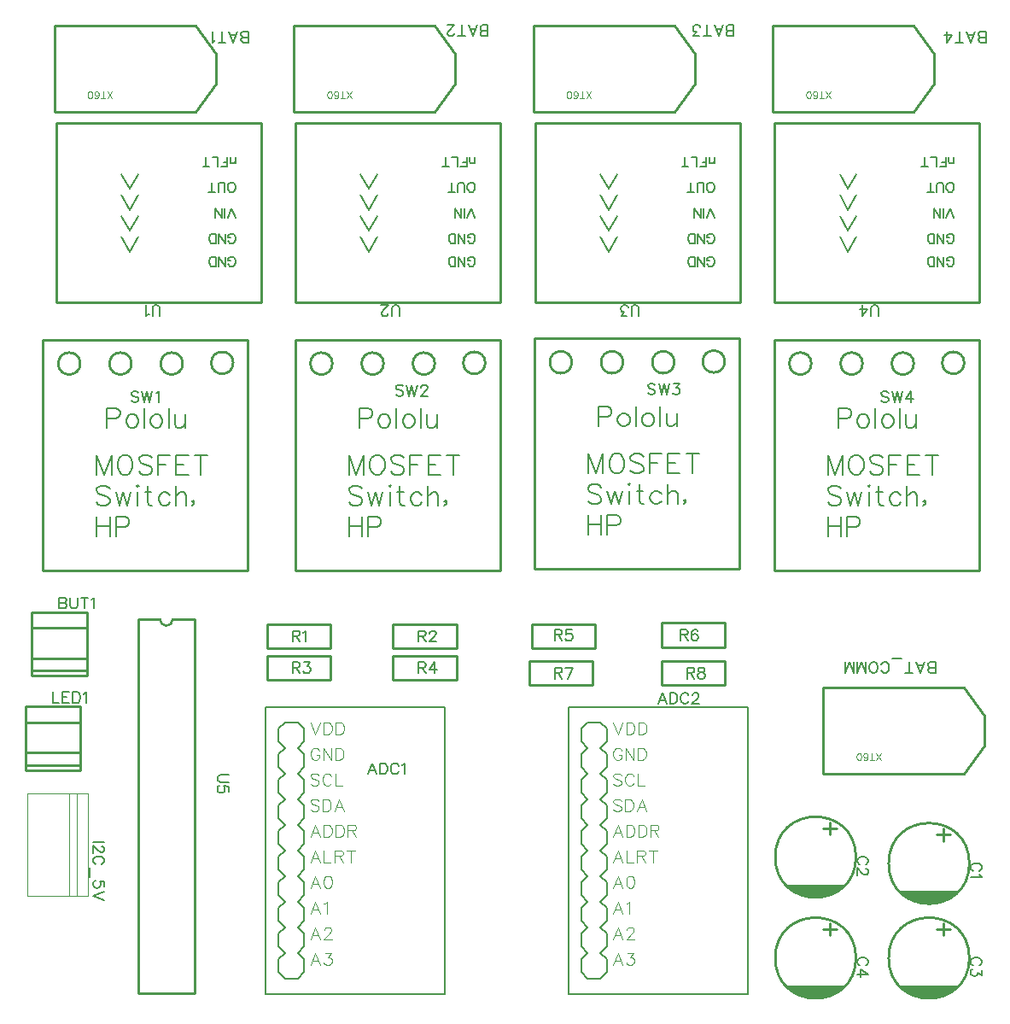
<source format=gto>
G04 Layer: TopSilkscreenLayer*
G04 EasyEDA v6.5.5, 2022-06-01 22:10:18*
G04 81c8d0c65d2c47f1a3a576b13e5828a4,c96cdaf6a0e44fa3bb1e134f2b5c86cb,10*
G04 Gerber Generator version 0.2*
G04 Scale: 100 percent, Rotated: No, Reflected: No *
G04 Dimensions in millimeters *
G04 leading zeros omitted , absolute positions ,4 integer and 5 decimal *
%FSLAX45Y45*%
%MOMM*%

%ADD10C,0.2540*%
%ADD28C,0.1000*%
%ADD29C,0.0550*%
%ADD30C,0.1270*%
%ADD31C,0.1524*%
%ADD32C,0.2032*%
%ADD33C,0.1016*%

%LPD*%
D31*
X2375004Y9572185D02*
G01*
X2375004Y9681151D01*
X2375004Y9572185D02*
G01*
X2328268Y9572185D01*
X2312774Y9577265D01*
X2307440Y9582599D01*
X2302360Y9593013D01*
X2302360Y9603427D01*
X2307440Y9613841D01*
X2312774Y9618921D01*
X2328268Y9624001D01*
X2375004Y9624001D02*
G01*
X2328268Y9624001D01*
X2312774Y9629335D01*
X2307440Y9634415D01*
X2302360Y9644829D01*
X2302360Y9660577D01*
X2307440Y9670991D01*
X2312774Y9676071D01*
X2328268Y9681151D01*
X2375004Y9681151D01*
X2226414Y9572185D02*
G01*
X2268070Y9681151D01*
X2226414Y9572185D02*
G01*
X2184758Y9681151D01*
X2252322Y9644829D02*
G01*
X2200506Y9644829D01*
X2114146Y9572185D02*
G01*
X2114146Y9681151D01*
X2150468Y9572185D02*
G01*
X2077824Y9572185D01*
X2043534Y9593013D02*
G01*
X2033120Y9587679D01*
X2017626Y9572185D01*
X2017626Y9681151D01*
D28*
X1021400Y9020401D02*
G01*
X976950Y9087203D01*
X976950Y9020401D02*
G01*
X1021400Y9087203D01*
X933516Y9020401D02*
G01*
X933516Y9087203D01*
X955868Y9020401D02*
G01*
X911418Y9020401D01*
X852236Y9029799D02*
G01*
X855284Y9023449D01*
X864936Y9020401D01*
X871286Y9020401D01*
X880684Y9023449D01*
X887034Y9033101D01*
X890336Y9048849D01*
X890336Y9064851D01*
X887034Y9077551D01*
X880684Y9083901D01*
X871286Y9087203D01*
X867984Y9087203D01*
X858586Y9083901D01*
X852236Y9077551D01*
X848934Y9068153D01*
X848934Y9064851D01*
X852236Y9055199D01*
X858586Y9048849D01*
X867984Y9045801D01*
X871286Y9045801D01*
X880684Y9048849D01*
X887034Y9055199D01*
X890336Y9064851D01*
X808802Y9020401D02*
G01*
X818454Y9023449D01*
X824804Y9033101D01*
X827852Y9048849D01*
X827852Y9058501D01*
X824804Y9074503D01*
X818454Y9083901D01*
X808802Y9087203D01*
X802452Y9087203D01*
X793054Y9083901D01*
X786704Y9074503D01*
X783402Y9058501D01*
X783402Y9048849D01*
X786704Y9033101D01*
X793054Y9023449D01*
X802452Y9020401D01*
X808802Y9020401D01*
D31*
X4750008Y9634687D02*
G01*
X4750008Y9743653D01*
X4750008Y9634687D02*
G01*
X4703272Y9634687D01*
X4687778Y9639767D01*
X4682444Y9645101D01*
X4677364Y9655515D01*
X4677364Y9665929D01*
X4682444Y9676343D01*
X4687778Y9681423D01*
X4703272Y9686503D01*
X4750008Y9686503D02*
G01*
X4703272Y9686503D01*
X4687778Y9691837D01*
X4682444Y9696917D01*
X4677364Y9707331D01*
X4677364Y9723079D01*
X4682444Y9733493D01*
X4687778Y9738573D01*
X4703272Y9743653D01*
X4750008Y9743653D01*
X4601418Y9634687D02*
G01*
X4643074Y9743653D01*
X4601418Y9634687D02*
G01*
X4559762Y9743653D01*
X4627326Y9707331D02*
G01*
X4575510Y9707331D01*
X4489150Y9634687D02*
G01*
X4489150Y9743653D01*
X4525472Y9634687D02*
G01*
X4452828Y9634687D01*
X4413458Y9660595D02*
G01*
X4413458Y9655515D01*
X4408124Y9645101D01*
X4403044Y9639767D01*
X4392630Y9634687D01*
X4371802Y9634687D01*
X4361388Y9639767D01*
X4356308Y9645101D01*
X4350974Y9655515D01*
X4350974Y9665929D01*
X4356308Y9676343D01*
X4366468Y9691837D01*
X4418538Y9743653D01*
X4345894Y9743653D01*
D28*
X3396399Y9020401D02*
G01*
X3351949Y9087203D01*
X3351949Y9020401D02*
G01*
X3396399Y9087203D01*
X3308515Y9020401D02*
G01*
X3308515Y9087203D01*
X3330867Y9020401D02*
G01*
X3286417Y9020401D01*
X3227235Y9029799D02*
G01*
X3230283Y9023449D01*
X3239935Y9020401D01*
X3246285Y9020401D01*
X3255683Y9023449D01*
X3262033Y9033101D01*
X3265335Y9048849D01*
X3265335Y9064851D01*
X3262033Y9077551D01*
X3255683Y9083901D01*
X3246285Y9087203D01*
X3242983Y9087203D01*
X3233585Y9083901D01*
X3227235Y9077551D01*
X3223933Y9068153D01*
X3223933Y9064851D01*
X3227235Y9055199D01*
X3233585Y9048849D01*
X3242983Y9045801D01*
X3246285Y9045801D01*
X3255683Y9048849D01*
X3262033Y9055199D01*
X3265335Y9064851D01*
X3183801Y9020401D02*
G01*
X3193453Y9023449D01*
X3199803Y9033101D01*
X3202851Y9048849D01*
X3202851Y9058501D01*
X3199803Y9074503D01*
X3193453Y9083901D01*
X3183801Y9087203D01*
X3177451Y9087203D01*
X3168053Y9083901D01*
X3161703Y9074503D01*
X3158401Y9058501D01*
X3158401Y9048849D01*
X3161703Y9033101D01*
X3168053Y9023449D01*
X3177451Y9020401D01*
X3183801Y9020401D01*
D31*
X7187521Y9634697D02*
G01*
X7187521Y9743663D01*
X7187521Y9634697D02*
G01*
X7140785Y9634697D01*
X7125291Y9639777D01*
X7119957Y9645111D01*
X7114877Y9655525D01*
X7114877Y9665939D01*
X7119957Y9676353D01*
X7125291Y9681433D01*
X7140785Y9686513D01*
X7187521Y9686513D02*
G01*
X7140785Y9686513D01*
X7125291Y9691847D01*
X7119957Y9696927D01*
X7114877Y9707341D01*
X7114877Y9723089D01*
X7119957Y9733503D01*
X7125291Y9738583D01*
X7140785Y9743663D01*
X7187521Y9743663D01*
X7038931Y9634697D02*
G01*
X7080587Y9743663D01*
X7038931Y9634697D02*
G01*
X6997275Y9743663D01*
X7064839Y9707341D02*
G01*
X7013023Y9707341D01*
X6926663Y9634697D02*
G01*
X6926663Y9743663D01*
X6962985Y9634697D02*
G01*
X6890341Y9634697D01*
X6845637Y9634697D02*
G01*
X6788487Y9634697D01*
X6819729Y9676353D01*
X6803981Y9676353D01*
X6793821Y9681433D01*
X6788487Y9686513D01*
X6783407Y9702261D01*
X6783407Y9712675D01*
X6788487Y9728169D01*
X6798901Y9738583D01*
X6814395Y9743663D01*
X6830143Y9743663D01*
X6845637Y9738583D01*
X6850971Y9733503D01*
X6856051Y9723089D01*
D28*
X5771400Y9020401D02*
G01*
X5726950Y9087203D01*
X5726950Y9020401D02*
G01*
X5771400Y9087203D01*
X5683516Y9020401D02*
G01*
X5683516Y9087203D01*
X5705868Y9020401D02*
G01*
X5661418Y9020401D01*
X5602236Y9029799D02*
G01*
X5605284Y9023449D01*
X5614936Y9020401D01*
X5621286Y9020401D01*
X5630684Y9023449D01*
X5637034Y9033101D01*
X5640336Y9048849D01*
X5640336Y9064851D01*
X5637034Y9077551D01*
X5630684Y9083901D01*
X5621286Y9087203D01*
X5617984Y9087203D01*
X5608586Y9083901D01*
X5602236Y9077551D01*
X5598934Y9068153D01*
X5598934Y9064851D01*
X5602236Y9055199D01*
X5608586Y9048849D01*
X5617984Y9045801D01*
X5621286Y9045801D01*
X5630684Y9048849D01*
X5637034Y9055199D01*
X5640336Y9064851D01*
X5558802Y9020401D02*
G01*
X5568454Y9023449D01*
X5574804Y9033101D01*
X5577852Y9048849D01*
X5577852Y9058501D01*
X5574804Y9074503D01*
X5568454Y9083901D01*
X5558802Y9087203D01*
X5552452Y9087203D01*
X5543054Y9083901D01*
X5536704Y9074503D01*
X5533402Y9058501D01*
X5533402Y9048849D01*
X5536704Y9033101D01*
X5543054Y9023449D01*
X5552452Y9020401D01*
X5558802Y9020401D01*
D31*
X9687516Y9572195D02*
G01*
X9687516Y9681161D01*
X9687516Y9572195D02*
G01*
X9640780Y9572195D01*
X9625286Y9577275D01*
X9619952Y9582609D01*
X9614872Y9593023D01*
X9614872Y9603437D01*
X9619952Y9613851D01*
X9625286Y9618931D01*
X9640780Y9624011D01*
X9687516Y9624011D02*
G01*
X9640780Y9624011D01*
X9625286Y9629345D01*
X9619952Y9634425D01*
X9614872Y9644839D01*
X9614872Y9660587D01*
X9619952Y9671001D01*
X9625286Y9676081D01*
X9640780Y9681161D01*
X9687516Y9681161D01*
X9538926Y9572195D02*
G01*
X9580582Y9681161D01*
X9538926Y9572195D02*
G01*
X9497270Y9681161D01*
X9564834Y9644839D02*
G01*
X9513018Y9644839D01*
X9426658Y9572195D02*
G01*
X9426658Y9681161D01*
X9462980Y9572195D02*
G01*
X9390336Y9572195D01*
X9303976Y9572195D02*
G01*
X9356046Y9644839D01*
X9278068Y9644839D01*
X9303976Y9572195D02*
G01*
X9303976Y9681161D01*
D28*
X8146399Y9020401D02*
G01*
X8101949Y9087203D01*
X8101949Y9020401D02*
G01*
X8146399Y9087203D01*
X8058515Y9020401D02*
G01*
X8058515Y9087203D01*
X8080867Y9020401D02*
G01*
X8036417Y9020401D01*
X7977235Y9029799D02*
G01*
X7980283Y9023449D01*
X7989935Y9020401D01*
X7996285Y9020401D01*
X8005683Y9023449D01*
X8012033Y9033101D01*
X8015335Y9048849D01*
X8015335Y9064851D01*
X8012033Y9077551D01*
X8005683Y9083901D01*
X7996285Y9087203D01*
X7992983Y9087203D01*
X7983585Y9083901D01*
X7977235Y9077551D01*
X7973933Y9068153D01*
X7973933Y9064851D01*
X7977235Y9055199D01*
X7983585Y9048849D01*
X7992983Y9045801D01*
X7996285Y9045801D01*
X8005683Y9048849D01*
X8012033Y9055199D01*
X8015335Y9064851D01*
X7933801Y9020401D02*
G01*
X7943453Y9023449D01*
X7949803Y9033101D01*
X7952851Y9048849D01*
X7952851Y9058501D01*
X7949803Y9074503D01*
X7943453Y9083901D01*
X7933801Y9087203D01*
X7927451Y9087203D01*
X7918053Y9083901D01*
X7911703Y9074503D01*
X7908401Y9058501D01*
X7908401Y9048849D01*
X7911703Y9033101D01*
X7918053Y9023449D01*
X7927451Y9020401D01*
X7933801Y9020401D01*
D31*
X9187494Y3322180D02*
G01*
X9187494Y3431146D01*
X9187494Y3322180D02*
G01*
X9140758Y3322180D01*
X9125264Y3327260D01*
X9119930Y3332594D01*
X9114850Y3343008D01*
X9114850Y3353422D01*
X9119930Y3363836D01*
X9125264Y3368916D01*
X9140758Y3373996D01*
X9187494Y3373996D02*
G01*
X9140758Y3373996D01*
X9125264Y3379330D01*
X9119930Y3384410D01*
X9114850Y3394824D01*
X9114850Y3410572D01*
X9119930Y3420986D01*
X9125264Y3426066D01*
X9140758Y3431146D01*
X9187494Y3431146D01*
X9038904Y3322180D02*
G01*
X9080560Y3431146D01*
X9038904Y3322180D02*
G01*
X8997248Y3431146D01*
X9064812Y3394824D02*
G01*
X9012996Y3394824D01*
X8926636Y3322180D02*
G01*
X8926636Y3431146D01*
X8962958Y3322180D02*
G01*
X8890314Y3322180D01*
X8856024Y3467722D02*
G01*
X8762552Y3467722D01*
X8650284Y3348088D02*
G01*
X8655364Y3337674D01*
X8665778Y3327260D01*
X8676192Y3322180D01*
X8697020Y3322180D01*
X8707434Y3327260D01*
X8717848Y3337674D01*
X8722928Y3348088D01*
X8728262Y3363836D01*
X8728262Y3389744D01*
X8722928Y3405238D01*
X8717848Y3415652D01*
X8707434Y3426066D01*
X8697020Y3431146D01*
X8676192Y3431146D01*
X8665778Y3426066D01*
X8655364Y3415652D01*
X8650284Y3405238D01*
X8584752Y3322180D02*
G01*
X8595166Y3327260D01*
X8605580Y3337674D01*
X8610914Y3348088D01*
X8615994Y3363836D01*
X8615994Y3389744D01*
X8610914Y3405238D01*
X8605580Y3415652D01*
X8595166Y3426066D01*
X8584752Y3431146D01*
X8563924Y3431146D01*
X8553764Y3426066D01*
X8543350Y3415652D01*
X8538016Y3405238D01*
X8532936Y3389744D01*
X8532936Y3363836D01*
X8538016Y3348088D01*
X8543350Y3337674D01*
X8553764Y3327260D01*
X8563924Y3322180D01*
X8584752Y3322180D01*
X8498646Y3322180D02*
G01*
X8498646Y3431146D01*
X8498646Y3322180D02*
G01*
X8456990Y3431146D01*
X8415334Y3322180D02*
G01*
X8456990Y3431146D01*
X8415334Y3322180D02*
G01*
X8415334Y3431146D01*
X8381044Y3322180D02*
G01*
X8381044Y3431146D01*
X8381044Y3322180D02*
G01*
X8339642Y3431146D01*
X8297986Y3322180D02*
G01*
X8339642Y3431146D01*
X8297986Y3322180D02*
G01*
X8297986Y3431146D01*
D28*
X8646401Y2457899D02*
G01*
X8601951Y2524701D01*
X8601951Y2457899D02*
G01*
X8646401Y2524701D01*
X8558517Y2457899D02*
G01*
X8558517Y2524701D01*
X8580869Y2457899D02*
G01*
X8536419Y2457899D01*
X8477237Y2467297D02*
G01*
X8480285Y2460947D01*
X8489937Y2457899D01*
X8496287Y2457899D01*
X8505685Y2460947D01*
X8512035Y2470599D01*
X8515337Y2486347D01*
X8515337Y2502349D01*
X8512035Y2515049D01*
X8505685Y2521399D01*
X8496287Y2524701D01*
X8492985Y2524701D01*
X8483587Y2521399D01*
X8477237Y2515049D01*
X8473935Y2505651D01*
X8473935Y2502349D01*
X8477237Y2492697D01*
X8483587Y2486347D01*
X8492985Y2483299D01*
X8496287Y2483299D01*
X8505685Y2486347D01*
X8512035Y2492697D01*
X8515337Y2502349D01*
X8433803Y2457899D02*
G01*
X8443455Y2460947D01*
X8449805Y2470599D01*
X8452853Y2486347D01*
X8452853Y2495999D01*
X8449805Y2512001D01*
X8443455Y2521399D01*
X8433803Y2524701D01*
X8427453Y2524701D01*
X8418055Y2521399D01*
X8411705Y2512001D01*
X8408403Y2495999D01*
X8408403Y2486347D01*
X8411705Y2470599D01*
X8418055Y2460947D01*
X8427453Y2457899D01*
X8433803Y2457899D01*
D31*
X945514Y1644401D02*
G01*
X836548Y1644401D01*
X919606Y1605031D02*
G01*
X924687Y1605031D01*
X935101Y1599697D01*
X940435Y1594617D01*
X945514Y1584203D01*
X945514Y1563375D01*
X940435Y1552961D01*
X935101Y1547881D01*
X924687Y1542547D01*
X914272Y1542547D01*
X903859Y1547881D01*
X888364Y1558041D01*
X836548Y1610111D01*
X836548Y1537467D01*
X919606Y1425199D02*
G01*
X930020Y1430279D01*
X940435Y1440693D01*
X945514Y1451107D01*
X945514Y1471935D01*
X940435Y1482349D01*
X930020Y1492763D01*
X919606Y1497843D01*
X903859Y1503177D01*
X877951Y1503177D01*
X862456Y1497843D01*
X852043Y1492763D01*
X841629Y1482349D01*
X836548Y1471935D01*
X836548Y1451107D01*
X841629Y1440693D01*
X852043Y1430279D01*
X862456Y1425199D01*
X799972Y1390909D02*
G01*
X799972Y1297437D01*
X945514Y1200663D02*
G01*
X945514Y1252733D01*
X898779Y1257813D01*
X903859Y1252733D01*
X909193Y1236985D01*
X909193Y1221491D01*
X903859Y1205997D01*
X893698Y1195583D01*
X877951Y1190249D01*
X867537Y1190249D01*
X852043Y1195583D01*
X841629Y1205997D01*
X836548Y1221491D01*
X836548Y1236985D01*
X841629Y1252733D01*
X846709Y1257813D01*
X857122Y1263147D01*
X945514Y1155959D02*
G01*
X836548Y1114557D01*
X945514Y1072901D02*
G01*
X836548Y1114557D01*
X2177816Y2312499D02*
G01*
X2099838Y2312499D01*
X2084344Y2307419D01*
X2073930Y2297005D01*
X2068850Y2281257D01*
X2068850Y2270843D01*
X2073930Y2255349D01*
X2084344Y2244935D01*
X2099838Y2239855D01*
X2177816Y2239855D01*
X2177816Y2143081D02*
G01*
X2177816Y2195151D01*
X2131080Y2200231D01*
X2136160Y2195151D01*
X2141494Y2179403D01*
X2141494Y2163909D01*
X2136160Y2148415D01*
X2126000Y2138001D01*
X2110252Y2132667D01*
X2099838Y2132667D01*
X2084344Y2138001D01*
X2073930Y2148415D01*
X2068850Y2163909D01*
X2068850Y2179403D01*
X2073930Y2195151D01*
X2079010Y2200231D01*
X2089424Y2205565D01*
X1285146Y6099820D02*
G01*
X1274732Y6110234D01*
X1259238Y6115314D01*
X1238410Y6115314D01*
X1222916Y6110234D01*
X1212502Y6099820D01*
X1212502Y6089406D01*
X1217582Y6078992D01*
X1222916Y6073658D01*
X1233330Y6068578D01*
X1264572Y6058164D01*
X1274732Y6053084D01*
X1280066Y6047750D01*
X1285146Y6037336D01*
X1285146Y6021842D01*
X1274732Y6011428D01*
X1259238Y6006348D01*
X1238410Y6006348D01*
X1222916Y6011428D01*
X1212502Y6021842D01*
X1319436Y6115314D02*
G01*
X1345598Y6006348D01*
X1371506Y6115314D02*
G01*
X1345598Y6006348D01*
X1371506Y6115314D02*
G01*
X1397414Y6006348D01*
X1423322Y6115314D02*
G01*
X1397414Y6006348D01*
X1457612Y6094486D02*
G01*
X1468026Y6099820D01*
X1483774Y6115314D01*
X1483774Y6006348D01*
D32*
X972499Y5948344D02*
G01*
X972499Y5754542D01*
X972499Y5948344D02*
G01*
X1055557Y5948344D01*
X1083243Y5939200D01*
X1092641Y5930056D01*
X1101785Y5911514D01*
X1101785Y5883828D01*
X1092641Y5865286D01*
X1083243Y5856142D01*
X1055557Y5846744D01*
X972499Y5846744D01*
X1208973Y5883828D02*
G01*
X1190431Y5874430D01*
X1171889Y5856142D01*
X1162745Y5828456D01*
X1162745Y5809914D01*
X1171889Y5782228D01*
X1190431Y5763686D01*
X1208973Y5754542D01*
X1236659Y5754542D01*
X1255201Y5763686D01*
X1273489Y5782228D01*
X1282887Y5809914D01*
X1282887Y5828456D01*
X1273489Y5856142D01*
X1255201Y5874430D01*
X1236659Y5883828D01*
X1208973Y5883828D01*
X1343847Y5948344D02*
G01*
X1343847Y5754542D01*
X1451035Y5883828D02*
G01*
X1432493Y5874430D01*
X1413951Y5856142D01*
X1404807Y5828456D01*
X1404807Y5809914D01*
X1413951Y5782228D01*
X1432493Y5763686D01*
X1451035Y5754542D01*
X1478721Y5754542D01*
X1497009Y5763686D01*
X1515551Y5782228D01*
X1524949Y5809914D01*
X1524949Y5828456D01*
X1515551Y5856142D01*
X1497009Y5874430D01*
X1478721Y5883828D01*
X1451035Y5883828D01*
X1585909Y5948344D02*
G01*
X1585909Y5754542D01*
X1646869Y5883828D02*
G01*
X1646869Y5791372D01*
X1656013Y5763686D01*
X1674555Y5754542D01*
X1702241Y5754542D01*
X1720529Y5763686D01*
X1748469Y5791372D01*
X1748469Y5883828D02*
G01*
X1748469Y5754542D01*
X870899Y5482003D02*
G01*
X870899Y5288201D01*
X870899Y5482003D02*
G01*
X944813Y5288201D01*
X1018727Y5482003D02*
G01*
X944813Y5288201D01*
X1018727Y5482003D02*
G01*
X1018727Y5288201D01*
X1135059Y5482003D02*
G01*
X1116517Y5472859D01*
X1098229Y5454317D01*
X1088831Y5436029D01*
X1079687Y5408089D01*
X1079687Y5362115D01*
X1088831Y5334429D01*
X1098229Y5315887D01*
X1116517Y5297345D01*
X1135059Y5288201D01*
X1171889Y5288201D01*
X1190431Y5297345D01*
X1208973Y5315887D01*
X1218117Y5334429D01*
X1227515Y5362115D01*
X1227515Y5408089D01*
X1218117Y5436029D01*
X1208973Y5454317D01*
X1190431Y5472859D01*
X1171889Y5482003D01*
X1135059Y5482003D01*
X1417761Y5454317D02*
G01*
X1399219Y5472859D01*
X1371533Y5482003D01*
X1334449Y5482003D01*
X1306763Y5472859D01*
X1288475Y5454317D01*
X1288475Y5436029D01*
X1297619Y5417487D01*
X1306763Y5408089D01*
X1325305Y5398945D01*
X1380677Y5380403D01*
X1399219Y5371259D01*
X1408363Y5362115D01*
X1417761Y5343573D01*
X1417761Y5315887D01*
X1399219Y5297345D01*
X1371533Y5288201D01*
X1334449Y5288201D01*
X1306763Y5297345D01*
X1288475Y5315887D01*
X1478721Y5482003D02*
G01*
X1478721Y5288201D01*
X1478721Y5482003D02*
G01*
X1598609Y5482003D01*
X1478721Y5389801D02*
G01*
X1552635Y5389801D01*
X1659569Y5482003D02*
G01*
X1659569Y5288201D01*
X1659569Y5482003D02*
G01*
X1779711Y5482003D01*
X1659569Y5389801D02*
G01*
X1733483Y5389801D01*
X1659569Y5288201D02*
G01*
X1779711Y5288201D01*
X1905441Y5482003D02*
G01*
X1905441Y5288201D01*
X1840671Y5482003D02*
G01*
X1969957Y5482003D01*
X1000185Y5149517D02*
G01*
X981643Y5168059D01*
X953957Y5177203D01*
X917127Y5177203D01*
X889441Y5168059D01*
X870899Y5149517D01*
X870899Y5131229D01*
X880043Y5112687D01*
X889441Y5103289D01*
X907729Y5094145D01*
X963355Y5075603D01*
X981643Y5066459D01*
X991041Y5057315D01*
X1000185Y5038773D01*
X1000185Y5011087D01*
X981643Y4992545D01*
X953957Y4983401D01*
X917127Y4983401D01*
X889441Y4992545D01*
X870899Y5011087D01*
X1061145Y5112687D02*
G01*
X1098229Y4983401D01*
X1135059Y5112687D02*
G01*
X1098229Y4983401D01*
X1135059Y5112687D02*
G01*
X1171889Y4983401D01*
X1208973Y5112687D02*
G01*
X1171889Y4983401D01*
X1269933Y5177203D02*
G01*
X1279077Y5168059D01*
X1288475Y5177203D01*
X1279077Y5186601D01*
X1269933Y5177203D01*
X1279077Y5112687D02*
G01*
X1279077Y4983401D01*
X1377121Y5177203D02*
G01*
X1377121Y5020231D01*
X1386265Y4992545D01*
X1404807Y4983401D01*
X1423349Y4983401D01*
X1349435Y5112687D02*
G01*
X1413951Y5112687D01*
X1595053Y5085001D02*
G01*
X1576511Y5103289D01*
X1557969Y5112687D01*
X1530283Y5112687D01*
X1511995Y5103289D01*
X1493453Y5085001D01*
X1484309Y5057315D01*
X1484309Y5038773D01*
X1493453Y5011087D01*
X1511995Y4992545D01*
X1530283Y4983401D01*
X1557969Y4983401D01*
X1576511Y4992545D01*
X1595053Y5011087D01*
X1656013Y5177203D02*
G01*
X1656013Y4983401D01*
X1656013Y5075603D02*
G01*
X1683699Y5103289D01*
X1702241Y5112687D01*
X1729927Y5112687D01*
X1748469Y5103289D01*
X1757613Y5075603D01*
X1757613Y4983401D01*
X1837115Y5020231D02*
G01*
X1827717Y5011087D01*
X1818573Y5020231D01*
X1827717Y5029629D01*
X1837115Y5020231D01*
X1837115Y5001689D01*
X1818573Y4983401D01*
X870899Y4872403D02*
G01*
X870899Y4678601D01*
X1000185Y4872403D02*
G01*
X1000185Y4678601D01*
X870899Y4780201D02*
G01*
X1000185Y4780201D01*
X1061145Y4872403D02*
G01*
X1061145Y4678601D01*
X1061145Y4872403D02*
G01*
X1144203Y4872403D01*
X1171889Y4863259D01*
X1181287Y4854115D01*
X1190431Y4835573D01*
X1190431Y4807887D01*
X1181287Y4789345D01*
X1171889Y4780201D01*
X1144203Y4770803D01*
X1061145Y4770803D01*
D31*
X3910136Y6162309D02*
G01*
X3899722Y6172723D01*
X3884228Y6177803D01*
X3863400Y6177803D01*
X3847906Y6172723D01*
X3837492Y6162309D01*
X3837492Y6151895D01*
X3842572Y6141481D01*
X3847906Y6136147D01*
X3858320Y6131067D01*
X3889562Y6120653D01*
X3899722Y6115573D01*
X3905056Y6110239D01*
X3910136Y6099825D01*
X3910136Y6084331D01*
X3899722Y6073917D01*
X3884228Y6068837D01*
X3863400Y6068837D01*
X3847906Y6073917D01*
X3837492Y6084331D01*
X3944426Y6177803D02*
G01*
X3970588Y6068837D01*
X3996496Y6177803D02*
G01*
X3970588Y6068837D01*
X3996496Y6177803D02*
G01*
X4022404Y6068837D01*
X4048312Y6177803D02*
G01*
X4022404Y6068837D01*
X4087936Y6151895D02*
G01*
X4087936Y6156975D01*
X4093016Y6167389D01*
X4098350Y6172723D01*
X4108764Y6177803D01*
X4129592Y6177803D01*
X4139752Y6172723D01*
X4145086Y6167389D01*
X4150166Y6156975D01*
X4150166Y6146561D01*
X4145086Y6136147D01*
X4134672Y6120653D01*
X4082602Y6068837D01*
X4155500Y6068837D01*
D32*
X3472500Y5948344D02*
G01*
X3472500Y5754542D01*
X3472500Y5948344D02*
G01*
X3555558Y5948344D01*
X3583244Y5939200D01*
X3592642Y5930056D01*
X3601786Y5911514D01*
X3601786Y5883828D01*
X3592642Y5865286D01*
X3583244Y5856142D01*
X3555558Y5846744D01*
X3472500Y5846744D01*
X3708974Y5883828D02*
G01*
X3690432Y5874430D01*
X3671890Y5856142D01*
X3662746Y5828456D01*
X3662746Y5809914D01*
X3671890Y5782228D01*
X3690432Y5763686D01*
X3708974Y5754542D01*
X3736660Y5754542D01*
X3755202Y5763686D01*
X3773490Y5782228D01*
X3782888Y5809914D01*
X3782888Y5828456D01*
X3773490Y5856142D01*
X3755202Y5874430D01*
X3736660Y5883828D01*
X3708974Y5883828D01*
X3843848Y5948344D02*
G01*
X3843848Y5754542D01*
X3951036Y5883828D02*
G01*
X3932494Y5874430D01*
X3913952Y5856142D01*
X3904808Y5828456D01*
X3904808Y5809914D01*
X3913952Y5782228D01*
X3932494Y5763686D01*
X3951036Y5754542D01*
X3978722Y5754542D01*
X3997010Y5763686D01*
X4015552Y5782228D01*
X4024950Y5809914D01*
X4024950Y5828456D01*
X4015552Y5856142D01*
X3997010Y5874430D01*
X3978722Y5883828D01*
X3951036Y5883828D01*
X4085910Y5948344D02*
G01*
X4085910Y5754542D01*
X4146870Y5883828D02*
G01*
X4146870Y5791372D01*
X4156014Y5763686D01*
X4174556Y5754542D01*
X4202242Y5754542D01*
X4220530Y5763686D01*
X4248470Y5791372D01*
X4248470Y5883828D02*
G01*
X4248470Y5754542D01*
X3370900Y5482003D02*
G01*
X3370900Y5288201D01*
X3370900Y5482003D02*
G01*
X3444814Y5288201D01*
X3518728Y5482003D02*
G01*
X3444814Y5288201D01*
X3518728Y5482003D02*
G01*
X3518728Y5288201D01*
X3635060Y5482003D02*
G01*
X3616518Y5472859D01*
X3598230Y5454317D01*
X3588832Y5436029D01*
X3579688Y5408089D01*
X3579688Y5362115D01*
X3588832Y5334429D01*
X3598230Y5315887D01*
X3616518Y5297345D01*
X3635060Y5288201D01*
X3671890Y5288201D01*
X3690432Y5297345D01*
X3708974Y5315887D01*
X3718118Y5334429D01*
X3727516Y5362115D01*
X3727516Y5408089D01*
X3718118Y5436029D01*
X3708974Y5454317D01*
X3690432Y5472859D01*
X3671890Y5482003D01*
X3635060Y5482003D01*
X3917762Y5454317D02*
G01*
X3899220Y5472859D01*
X3871534Y5482003D01*
X3834450Y5482003D01*
X3806764Y5472859D01*
X3788476Y5454317D01*
X3788476Y5436029D01*
X3797620Y5417487D01*
X3806764Y5408089D01*
X3825306Y5398945D01*
X3880678Y5380403D01*
X3899220Y5371259D01*
X3908364Y5362115D01*
X3917762Y5343573D01*
X3917762Y5315887D01*
X3899220Y5297345D01*
X3871534Y5288201D01*
X3834450Y5288201D01*
X3806764Y5297345D01*
X3788476Y5315887D01*
X3978722Y5482003D02*
G01*
X3978722Y5288201D01*
X3978722Y5482003D02*
G01*
X4098610Y5482003D01*
X3978722Y5389801D02*
G01*
X4052636Y5389801D01*
X4159570Y5482003D02*
G01*
X4159570Y5288201D01*
X4159570Y5482003D02*
G01*
X4279712Y5482003D01*
X4159570Y5389801D02*
G01*
X4233484Y5389801D01*
X4159570Y5288201D02*
G01*
X4279712Y5288201D01*
X4405442Y5482003D02*
G01*
X4405442Y5288201D01*
X4340672Y5482003D02*
G01*
X4469958Y5482003D01*
X3500186Y5149517D02*
G01*
X3481644Y5168059D01*
X3453958Y5177203D01*
X3417128Y5177203D01*
X3389442Y5168059D01*
X3370900Y5149517D01*
X3370900Y5131229D01*
X3380044Y5112687D01*
X3389442Y5103289D01*
X3407730Y5094145D01*
X3463356Y5075603D01*
X3481644Y5066459D01*
X3491042Y5057315D01*
X3500186Y5038773D01*
X3500186Y5011087D01*
X3481644Y4992545D01*
X3453958Y4983401D01*
X3417128Y4983401D01*
X3389442Y4992545D01*
X3370900Y5011087D01*
X3561146Y5112687D02*
G01*
X3598230Y4983401D01*
X3635060Y5112687D02*
G01*
X3598230Y4983401D01*
X3635060Y5112687D02*
G01*
X3671890Y4983401D01*
X3708974Y5112687D02*
G01*
X3671890Y4983401D01*
X3769934Y5177203D02*
G01*
X3779078Y5168059D01*
X3788476Y5177203D01*
X3779078Y5186601D01*
X3769934Y5177203D01*
X3779078Y5112687D02*
G01*
X3779078Y4983401D01*
X3877122Y5177203D02*
G01*
X3877122Y5020231D01*
X3886266Y4992545D01*
X3904808Y4983401D01*
X3923350Y4983401D01*
X3849436Y5112687D02*
G01*
X3913952Y5112687D01*
X4095054Y5085001D02*
G01*
X4076512Y5103289D01*
X4057970Y5112687D01*
X4030284Y5112687D01*
X4011996Y5103289D01*
X3993454Y5085001D01*
X3984310Y5057315D01*
X3984310Y5038773D01*
X3993454Y5011087D01*
X4011996Y4992545D01*
X4030284Y4983401D01*
X4057970Y4983401D01*
X4076512Y4992545D01*
X4095054Y5011087D01*
X4156014Y5177203D02*
G01*
X4156014Y4983401D01*
X4156014Y5075603D02*
G01*
X4183700Y5103289D01*
X4202242Y5112687D01*
X4229928Y5112687D01*
X4248470Y5103289D01*
X4257614Y5075603D01*
X4257614Y4983401D01*
X4337116Y5020231D02*
G01*
X4327718Y5011087D01*
X4318574Y5020231D01*
X4327718Y5029629D01*
X4337116Y5020231D01*
X4337116Y5001689D01*
X4318574Y4983401D01*
X3370900Y4872403D02*
G01*
X3370900Y4678601D01*
X3500186Y4872403D02*
G01*
X3500186Y4678601D01*
X3370900Y4780201D02*
G01*
X3500186Y4780201D01*
X3561146Y4872403D02*
G01*
X3561146Y4678601D01*
X3561146Y4872403D02*
G01*
X3644204Y4872403D01*
X3671890Y4863259D01*
X3681288Y4854115D01*
X3690432Y4835573D01*
X3690432Y4807887D01*
X3681288Y4789345D01*
X3671890Y4780201D01*
X3644204Y4770803D01*
X3561146Y4770803D01*
D31*
X6410137Y6174816D02*
G01*
X6399723Y6185230D01*
X6384229Y6190310D01*
X6363401Y6190310D01*
X6347907Y6185230D01*
X6337493Y6174816D01*
X6337493Y6164402D01*
X6342573Y6153988D01*
X6347907Y6148654D01*
X6358321Y6143574D01*
X6389563Y6133160D01*
X6399723Y6128080D01*
X6405057Y6122746D01*
X6410137Y6112332D01*
X6410137Y6096838D01*
X6399723Y6086424D01*
X6384229Y6081344D01*
X6363401Y6081344D01*
X6347907Y6086424D01*
X6337493Y6096838D01*
X6444427Y6190310D02*
G01*
X6470589Y6081344D01*
X6496497Y6190310D02*
G01*
X6470589Y6081344D01*
X6496497Y6190310D02*
G01*
X6522405Y6081344D01*
X6548313Y6190310D02*
G01*
X6522405Y6081344D01*
X6593017Y6190310D02*
G01*
X6650167Y6190310D01*
X6619179Y6148654D01*
X6634673Y6148654D01*
X6645087Y6143574D01*
X6650167Y6138494D01*
X6655501Y6122746D01*
X6655501Y6112332D01*
X6650167Y6096838D01*
X6639753Y6086424D01*
X6624259Y6081344D01*
X6608765Y6081344D01*
X6593017Y6086424D01*
X6587937Y6091504D01*
X6582603Y6101918D01*
D32*
X5847499Y5960844D02*
G01*
X5847499Y5767042D01*
X5847499Y5960844D02*
G01*
X5930557Y5960844D01*
X5958243Y5951700D01*
X5967641Y5942556D01*
X5976785Y5924014D01*
X5976785Y5896328D01*
X5967641Y5877786D01*
X5958243Y5868642D01*
X5930557Y5859244D01*
X5847499Y5859244D01*
X6083973Y5896328D02*
G01*
X6065431Y5886930D01*
X6046889Y5868642D01*
X6037745Y5840956D01*
X6037745Y5822414D01*
X6046889Y5794728D01*
X6065431Y5776186D01*
X6083973Y5767042D01*
X6111659Y5767042D01*
X6130201Y5776186D01*
X6148489Y5794728D01*
X6157887Y5822414D01*
X6157887Y5840956D01*
X6148489Y5868642D01*
X6130201Y5886930D01*
X6111659Y5896328D01*
X6083973Y5896328D01*
X6218847Y5960844D02*
G01*
X6218847Y5767042D01*
X6326035Y5896328D02*
G01*
X6307493Y5886930D01*
X6288951Y5868642D01*
X6279807Y5840956D01*
X6279807Y5822414D01*
X6288951Y5794728D01*
X6307493Y5776186D01*
X6326035Y5767042D01*
X6353721Y5767042D01*
X6372009Y5776186D01*
X6390551Y5794728D01*
X6399949Y5822414D01*
X6399949Y5840956D01*
X6390551Y5868642D01*
X6372009Y5886930D01*
X6353721Y5896328D01*
X6326035Y5896328D01*
X6460909Y5960844D02*
G01*
X6460909Y5767042D01*
X6521869Y5896328D02*
G01*
X6521869Y5803872D01*
X6531013Y5776186D01*
X6549555Y5767042D01*
X6577241Y5767042D01*
X6595529Y5776186D01*
X6623469Y5803872D01*
X6623469Y5896328D02*
G01*
X6623469Y5767042D01*
X5745899Y5494502D02*
G01*
X5745899Y5300700D01*
X5745899Y5494502D02*
G01*
X5819813Y5300700D01*
X5893727Y5494502D02*
G01*
X5819813Y5300700D01*
X5893727Y5494502D02*
G01*
X5893727Y5300700D01*
X6010059Y5494502D02*
G01*
X5991517Y5485358D01*
X5973229Y5466816D01*
X5963831Y5448528D01*
X5954687Y5420588D01*
X5954687Y5374614D01*
X5963831Y5346928D01*
X5973229Y5328386D01*
X5991517Y5309844D01*
X6010059Y5300700D01*
X6046889Y5300700D01*
X6065431Y5309844D01*
X6083973Y5328386D01*
X6093117Y5346928D01*
X6102515Y5374614D01*
X6102515Y5420588D01*
X6093117Y5448528D01*
X6083973Y5466816D01*
X6065431Y5485358D01*
X6046889Y5494502D01*
X6010059Y5494502D01*
X6292761Y5466816D02*
G01*
X6274219Y5485358D01*
X6246533Y5494502D01*
X6209449Y5494502D01*
X6181763Y5485358D01*
X6163475Y5466816D01*
X6163475Y5448528D01*
X6172619Y5429986D01*
X6181763Y5420588D01*
X6200305Y5411444D01*
X6255677Y5392902D01*
X6274219Y5383758D01*
X6283363Y5374614D01*
X6292761Y5356072D01*
X6292761Y5328386D01*
X6274219Y5309844D01*
X6246533Y5300700D01*
X6209449Y5300700D01*
X6181763Y5309844D01*
X6163475Y5328386D01*
X6353721Y5494502D02*
G01*
X6353721Y5300700D01*
X6353721Y5494502D02*
G01*
X6473609Y5494502D01*
X6353721Y5402300D02*
G01*
X6427635Y5402300D01*
X6534569Y5494502D02*
G01*
X6534569Y5300700D01*
X6534569Y5494502D02*
G01*
X6654711Y5494502D01*
X6534569Y5402300D02*
G01*
X6608483Y5402300D01*
X6534569Y5300700D02*
G01*
X6654711Y5300700D01*
X6780441Y5494502D02*
G01*
X6780441Y5300700D01*
X6715671Y5494502D02*
G01*
X6844957Y5494502D01*
X5875185Y5162016D02*
G01*
X5856643Y5180558D01*
X5828957Y5189702D01*
X5792127Y5189702D01*
X5764441Y5180558D01*
X5745899Y5162016D01*
X5745899Y5143728D01*
X5755043Y5125186D01*
X5764441Y5115788D01*
X5782729Y5106644D01*
X5838355Y5088102D01*
X5856643Y5078958D01*
X5866041Y5069814D01*
X5875185Y5051272D01*
X5875185Y5023586D01*
X5856643Y5005044D01*
X5828957Y4995900D01*
X5792127Y4995900D01*
X5764441Y5005044D01*
X5745899Y5023586D01*
X5936145Y5125186D02*
G01*
X5973229Y4995900D01*
X6010059Y5125186D02*
G01*
X5973229Y4995900D01*
X6010059Y5125186D02*
G01*
X6046889Y4995900D01*
X6083973Y5125186D02*
G01*
X6046889Y4995900D01*
X6144933Y5189702D02*
G01*
X6154077Y5180558D01*
X6163475Y5189702D01*
X6154077Y5199100D01*
X6144933Y5189702D01*
X6154077Y5125186D02*
G01*
X6154077Y4995900D01*
X6252121Y5189702D02*
G01*
X6252121Y5032730D01*
X6261265Y5005044D01*
X6279807Y4995900D01*
X6298349Y4995900D01*
X6224435Y5125186D02*
G01*
X6288951Y5125186D01*
X6470053Y5097500D02*
G01*
X6451511Y5115788D01*
X6432969Y5125186D01*
X6405283Y5125186D01*
X6386995Y5115788D01*
X6368453Y5097500D01*
X6359309Y5069814D01*
X6359309Y5051272D01*
X6368453Y5023586D01*
X6386995Y5005044D01*
X6405283Y4995900D01*
X6432969Y4995900D01*
X6451511Y5005044D01*
X6470053Y5023586D01*
X6531013Y5189702D02*
G01*
X6531013Y4995900D01*
X6531013Y5088102D02*
G01*
X6558699Y5115788D01*
X6577241Y5125186D01*
X6604927Y5125186D01*
X6623469Y5115788D01*
X6632613Y5088102D01*
X6632613Y4995900D01*
X6712115Y5032730D02*
G01*
X6702717Y5023586D01*
X6693573Y5032730D01*
X6702717Y5042128D01*
X6712115Y5032730D01*
X6712115Y5014188D01*
X6693573Y4995900D01*
X5745899Y4884902D02*
G01*
X5745899Y4691100D01*
X5875185Y4884902D02*
G01*
X5875185Y4691100D01*
X5745899Y4792700D02*
G01*
X5875185Y4792700D01*
X5936145Y4884902D02*
G01*
X5936145Y4691100D01*
X5936145Y4884902D02*
G01*
X6019203Y4884902D01*
X6046889Y4875758D01*
X6056287Y4866614D01*
X6065431Y4848072D01*
X6065431Y4820386D01*
X6056287Y4801844D01*
X6046889Y4792700D01*
X6019203Y4783302D01*
X5936145Y4783302D01*
D31*
X8722636Y6099799D02*
G01*
X8712222Y6110213D01*
X8696728Y6115293D01*
X8675900Y6115293D01*
X8660406Y6110213D01*
X8649992Y6099799D01*
X8649992Y6089385D01*
X8655072Y6078971D01*
X8660406Y6073637D01*
X8670820Y6068557D01*
X8702062Y6058143D01*
X8712222Y6053063D01*
X8717556Y6047729D01*
X8722636Y6037315D01*
X8722636Y6021821D01*
X8712222Y6011407D01*
X8696728Y6006327D01*
X8675900Y6006327D01*
X8660406Y6011407D01*
X8649992Y6021821D01*
X8756926Y6115293D02*
G01*
X8783088Y6006327D01*
X8808996Y6115293D02*
G01*
X8783088Y6006327D01*
X8808996Y6115293D02*
G01*
X8834904Y6006327D01*
X8860812Y6115293D02*
G01*
X8834904Y6006327D01*
X8947172Y6115293D02*
G01*
X8895102Y6042649D01*
X8973080Y6042649D01*
X8947172Y6115293D02*
G01*
X8947172Y6006327D01*
D32*
X8222500Y5948344D02*
G01*
X8222500Y5754542D01*
X8222500Y5948344D02*
G01*
X8305558Y5948344D01*
X8333244Y5939200D01*
X8342642Y5930056D01*
X8351786Y5911514D01*
X8351786Y5883828D01*
X8342642Y5865286D01*
X8333244Y5856142D01*
X8305558Y5846744D01*
X8222500Y5846744D01*
X8458974Y5883828D02*
G01*
X8440432Y5874430D01*
X8421890Y5856142D01*
X8412746Y5828456D01*
X8412746Y5809914D01*
X8421890Y5782228D01*
X8440432Y5763686D01*
X8458974Y5754542D01*
X8486660Y5754542D01*
X8505202Y5763686D01*
X8523490Y5782228D01*
X8532888Y5809914D01*
X8532888Y5828456D01*
X8523490Y5856142D01*
X8505202Y5874430D01*
X8486660Y5883828D01*
X8458974Y5883828D01*
X8593848Y5948344D02*
G01*
X8593848Y5754542D01*
X8701036Y5883828D02*
G01*
X8682494Y5874430D01*
X8663952Y5856142D01*
X8654808Y5828456D01*
X8654808Y5809914D01*
X8663952Y5782228D01*
X8682494Y5763686D01*
X8701036Y5754542D01*
X8728722Y5754542D01*
X8747010Y5763686D01*
X8765552Y5782228D01*
X8774950Y5809914D01*
X8774950Y5828456D01*
X8765552Y5856142D01*
X8747010Y5874430D01*
X8728722Y5883828D01*
X8701036Y5883828D01*
X8835910Y5948344D02*
G01*
X8835910Y5754542D01*
X8896870Y5883828D02*
G01*
X8896870Y5791372D01*
X8906014Y5763686D01*
X8924556Y5754542D01*
X8952242Y5754542D01*
X8970530Y5763686D01*
X8998470Y5791372D01*
X8998470Y5883828D02*
G01*
X8998470Y5754542D01*
X8120900Y5482003D02*
G01*
X8120900Y5288201D01*
X8120900Y5482003D02*
G01*
X8194814Y5288201D01*
X8268728Y5482003D02*
G01*
X8194814Y5288201D01*
X8268728Y5482003D02*
G01*
X8268728Y5288201D01*
X8385060Y5482003D02*
G01*
X8366518Y5472859D01*
X8348230Y5454317D01*
X8338832Y5436029D01*
X8329688Y5408089D01*
X8329688Y5362115D01*
X8338832Y5334429D01*
X8348230Y5315887D01*
X8366518Y5297345D01*
X8385060Y5288201D01*
X8421890Y5288201D01*
X8440432Y5297345D01*
X8458974Y5315887D01*
X8468118Y5334429D01*
X8477516Y5362115D01*
X8477516Y5408089D01*
X8468118Y5436029D01*
X8458974Y5454317D01*
X8440432Y5472859D01*
X8421890Y5482003D01*
X8385060Y5482003D01*
X8667762Y5454317D02*
G01*
X8649220Y5472859D01*
X8621534Y5482003D01*
X8584450Y5482003D01*
X8556764Y5472859D01*
X8538476Y5454317D01*
X8538476Y5436029D01*
X8547620Y5417487D01*
X8556764Y5408089D01*
X8575306Y5398945D01*
X8630678Y5380403D01*
X8649220Y5371259D01*
X8658364Y5362115D01*
X8667762Y5343573D01*
X8667762Y5315887D01*
X8649220Y5297345D01*
X8621534Y5288201D01*
X8584450Y5288201D01*
X8556764Y5297345D01*
X8538476Y5315887D01*
X8728722Y5482003D02*
G01*
X8728722Y5288201D01*
X8728722Y5482003D02*
G01*
X8848610Y5482003D01*
X8728722Y5389801D02*
G01*
X8802636Y5389801D01*
X8909570Y5482003D02*
G01*
X8909570Y5288201D01*
X8909570Y5482003D02*
G01*
X9029712Y5482003D01*
X8909570Y5389801D02*
G01*
X8983484Y5389801D01*
X8909570Y5288201D02*
G01*
X9029712Y5288201D01*
X9155442Y5482003D02*
G01*
X9155442Y5288201D01*
X9090672Y5482003D02*
G01*
X9219958Y5482003D01*
X8250186Y5149517D02*
G01*
X8231644Y5168059D01*
X8203958Y5177203D01*
X8167128Y5177203D01*
X8139442Y5168059D01*
X8120900Y5149517D01*
X8120900Y5131229D01*
X8130044Y5112687D01*
X8139442Y5103289D01*
X8157730Y5094145D01*
X8213356Y5075603D01*
X8231644Y5066459D01*
X8241042Y5057315D01*
X8250186Y5038773D01*
X8250186Y5011087D01*
X8231644Y4992545D01*
X8203958Y4983401D01*
X8167128Y4983401D01*
X8139442Y4992545D01*
X8120900Y5011087D01*
X8311146Y5112687D02*
G01*
X8348230Y4983401D01*
X8385060Y5112687D02*
G01*
X8348230Y4983401D01*
X8385060Y5112687D02*
G01*
X8421890Y4983401D01*
X8458974Y5112687D02*
G01*
X8421890Y4983401D01*
X8519934Y5177203D02*
G01*
X8529078Y5168059D01*
X8538476Y5177203D01*
X8529078Y5186601D01*
X8519934Y5177203D01*
X8529078Y5112687D02*
G01*
X8529078Y4983401D01*
X8627122Y5177203D02*
G01*
X8627122Y5020231D01*
X8636266Y4992545D01*
X8654808Y4983401D01*
X8673350Y4983401D01*
X8599436Y5112687D02*
G01*
X8663952Y5112687D01*
X8845054Y5085001D02*
G01*
X8826512Y5103289D01*
X8807970Y5112687D01*
X8780284Y5112687D01*
X8761996Y5103289D01*
X8743454Y5085001D01*
X8734310Y5057315D01*
X8734310Y5038773D01*
X8743454Y5011087D01*
X8761996Y4992545D01*
X8780284Y4983401D01*
X8807970Y4983401D01*
X8826512Y4992545D01*
X8845054Y5011087D01*
X8906014Y5177203D02*
G01*
X8906014Y4983401D01*
X8906014Y5075603D02*
G01*
X8933700Y5103289D01*
X8952242Y5112687D01*
X8979928Y5112687D01*
X8998470Y5103289D01*
X9007614Y5075603D01*
X9007614Y4983401D01*
X9087116Y5020231D02*
G01*
X9077718Y5011087D01*
X9068574Y5020231D01*
X9077718Y5029629D01*
X9087116Y5020231D01*
X9087116Y5001689D01*
X9068574Y4983401D01*
X8120900Y4872403D02*
G01*
X8120900Y4678601D01*
X8250186Y4872403D02*
G01*
X8250186Y4678601D01*
X8120900Y4780201D02*
G01*
X8250186Y4780201D01*
X8311146Y4872403D02*
G01*
X8311146Y4678601D01*
X8311146Y4872403D02*
G01*
X8394204Y4872403D01*
X8421890Y4863259D01*
X8431288Y4854115D01*
X8440432Y4835573D01*
X8440432Y4807887D01*
X8431288Y4789345D01*
X8421890Y4780201D01*
X8394204Y4770803D01*
X8311146Y4770803D01*
D31*
X3604135Y2427808D02*
G01*
X3562479Y2318842D01*
X3604135Y2427808D02*
G01*
X3645537Y2318842D01*
X3577973Y2355164D02*
G01*
X3630043Y2355164D01*
X3679827Y2427808D02*
G01*
X3679827Y2318842D01*
X3679827Y2427808D02*
G01*
X3716149Y2427808D01*
X3731897Y2422728D01*
X3742311Y2412314D01*
X3747391Y2401900D01*
X3752725Y2386152D01*
X3752725Y2360244D01*
X3747391Y2344750D01*
X3742311Y2334336D01*
X3731897Y2323922D01*
X3716149Y2318842D01*
X3679827Y2318842D01*
X3864739Y2401900D02*
G01*
X3859659Y2412314D01*
X3849245Y2422728D01*
X3838831Y2427808D01*
X3818003Y2427808D01*
X3807589Y2422728D01*
X3797429Y2412314D01*
X3792095Y2401900D01*
X3787015Y2386152D01*
X3787015Y2360244D01*
X3792095Y2344750D01*
X3797429Y2334336D01*
X3807589Y2323922D01*
X3818003Y2318842D01*
X3838831Y2318842D01*
X3849245Y2323922D01*
X3859659Y2334336D01*
X3864739Y2344750D01*
X3899029Y2406980D02*
G01*
X3909443Y2412314D01*
X3925191Y2427808D01*
X3925191Y2318842D01*
D33*
X2993001Y2833768D02*
G01*
X3039229Y2712356D01*
X3085457Y2833768D02*
G01*
X3039229Y2712356D01*
X3123557Y2833768D02*
G01*
X3123557Y2712356D01*
X3123557Y2833768D02*
G01*
X3163943Y2833768D01*
X3181215Y2827926D01*
X3192645Y2816242D01*
X3198487Y2804812D01*
X3204329Y2787540D01*
X3204329Y2758584D01*
X3198487Y2741312D01*
X3192645Y2729628D01*
X3181215Y2718198D01*
X3163943Y2712356D01*
X3123557Y2712356D01*
X3242429Y2833768D02*
G01*
X3242429Y2712356D01*
X3242429Y2833768D02*
G01*
X3282815Y2833768D01*
X3300087Y2827926D01*
X3311771Y2816242D01*
X3317359Y2804812D01*
X3323201Y2787540D01*
X3323201Y2758584D01*
X3317359Y2741312D01*
X3311771Y2729628D01*
X3300087Y2718198D01*
X3282815Y2712356D01*
X3242429Y2712356D01*
X3079615Y2550812D02*
G01*
X3073773Y2562242D01*
X3062343Y2573926D01*
X3050659Y2579768D01*
X3027545Y2579768D01*
X3016115Y2573926D01*
X3004431Y2562242D01*
X2998843Y2550812D01*
X2993001Y2533540D01*
X2993001Y2504584D01*
X2998843Y2487312D01*
X3004431Y2475628D01*
X3016115Y2464198D01*
X3027545Y2458356D01*
X3050659Y2458356D01*
X3062343Y2464198D01*
X3073773Y2475628D01*
X3079615Y2487312D01*
X3079615Y2504584D01*
X3050659Y2504584D02*
G01*
X3079615Y2504584D01*
X3117715Y2579768D02*
G01*
X3117715Y2458356D01*
X3117715Y2579768D02*
G01*
X3198487Y2458356D01*
X3198487Y2579768D02*
G01*
X3198487Y2458356D01*
X3236587Y2579768D02*
G01*
X3236587Y2458356D01*
X3236587Y2579768D02*
G01*
X3276973Y2579768D01*
X3294245Y2573926D01*
X3305929Y2562242D01*
X3311771Y2550812D01*
X3317359Y2533540D01*
X3317359Y2504584D01*
X3311771Y2487312D01*
X3305929Y2475628D01*
X3294245Y2464198D01*
X3276973Y2458356D01*
X3236587Y2458356D01*
X3073773Y2308242D02*
G01*
X3062343Y2319926D01*
X3045071Y2325768D01*
X3021957Y2325768D01*
X3004431Y2319926D01*
X2993001Y2308242D01*
X2993001Y2296812D01*
X2998843Y2285128D01*
X3004431Y2279540D01*
X3016115Y2273698D01*
X3050659Y2262268D01*
X3062343Y2256426D01*
X3067931Y2250584D01*
X3073773Y2239154D01*
X3073773Y2221628D01*
X3062343Y2210198D01*
X3045071Y2204356D01*
X3021957Y2204356D01*
X3004431Y2210198D01*
X2993001Y2221628D01*
X3198487Y2296812D02*
G01*
X3192645Y2308242D01*
X3181215Y2319926D01*
X3169531Y2325768D01*
X3146671Y2325768D01*
X3134987Y2319926D01*
X3123557Y2308242D01*
X3117715Y2296812D01*
X3111873Y2279540D01*
X3111873Y2250584D01*
X3117715Y2233312D01*
X3123557Y2221628D01*
X3134987Y2210198D01*
X3146671Y2204356D01*
X3169531Y2204356D01*
X3181215Y2210198D01*
X3192645Y2221628D01*
X3198487Y2233312D01*
X3236587Y2325768D02*
G01*
X3236587Y2204356D01*
X3236587Y2204356D02*
G01*
X3305929Y2204356D01*
X3073773Y2054242D02*
G01*
X3062343Y2065926D01*
X3045071Y2071768D01*
X3021957Y2071768D01*
X3004431Y2065926D01*
X2993001Y2054242D01*
X2993001Y2042812D01*
X2998843Y2031128D01*
X3004431Y2025540D01*
X3016115Y2019698D01*
X3050659Y2008268D01*
X3062343Y2002426D01*
X3067931Y1996584D01*
X3073773Y1985154D01*
X3073773Y1967628D01*
X3062343Y1956198D01*
X3045071Y1950356D01*
X3021957Y1950356D01*
X3004431Y1956198D01*
X2993001Y1967628D01*
X3111873Y2071768D02*
G01*
X3111873Y1950356D01*
X3111873Y2071768D02*
G01*
X3152259Y2071768D01*
X3169531Y2065926D01*
X3181215Y2054242D01*
X3187057Y2042812D01*
X3192645Y2025540D01*
X3192645Y1996584D01*
X3187057Y1979312D01*
X3181215Y1967628D01*
X3169531Y1956198D01*
X3152259Y1950356D01*
X3111873Y1950356D01*
X3276973Y2071768D02*
G01*
X3230745Y1950356D01*
X3276973Y2071768D02*
G01*
X3323201Y1950356D01*
X3248271Y1990742D02*
G01*
X3305929Y1990742D01*
X3039229Y1817768D02*
G01*
X2993001Y1696356D01*
X3039229Y1817768D02*
G01*
X3085457Y1696356D01*
X3010273Y1736742D02*
G01*
X3067931Y1736742D01*
X3123557Y1817768D02*
G01*
X3123557Y1696356D01*
X3123557Y1817768D02*
G01*
X3163943Y1817768D01*
X3181215Y1811926D01*
X3192645Y1800242D01*
X3198487Y1788812D01*
X3204329Y1771540D01*
X3204329Y1742584D01*
X3198487Y1725312D01*
X3192645Y1713628D01*
X3181215Y1702198D01*
X3163943Y1696356D01*
X3123557Y1696356D01*
X3242429Y1817768D02*
G01*
X3242429Y1696356D01*
X3242429Y1817768D02*
G01*
X3282815Y1817768D01*
X3300087Y1811926D01*
X3311771Y1800242D01*
X3317359Y1788812D01*
X3323201Y1771540D01*
X3323201Y1742584D01*
X3317359Y1725312D01*
X3311771Y1713628D01*
X3300087Y1702198D01*
X3282815Y1696356D01*
X3242429Y1696356D01*
X3361301Y1817768D02*
G01*
X3361301Y1696356D01*
X3361301Y1817768D02*
G01*
X3413371Y1817768D01*
X3430643Y1811926D01*
X3436231Y1806084D01*
X3442073Y1794654D01*
X3442073Y1782970D01*
X3436231Y1771540D01*
X3430643Y1765698D01*
X3413371Y1759856D01*
X3361301Y1759856D01*
X3401687Y1759856D02*
G01*
X3442073Y1696356D01*
X3039229Y1563768D02*
G01*
X2993001Y1442356D01*
X3039229Y1563768D02*
G01*
X3085457Y1442356D01*
X3010273Y1482742D02*
G01*
X3067931Y1482742D01*
X3123557Y1563768D02*
G01*
X3123557Y1442356D01*
X3123557Y1442356D02*
G01*
X3192645Y1442356D01*
X3230745Y1563768D02*
G01*
X3230745Y1442356D01*
X3230745Y1563768D02*
G01*
X3282815Y1563768D01*
X3300087Y1557926D01*
X3305929Y1552084D01*
X3311771Y1540654D01*
X3311771Y1528970D01*
X3305929Y1517540D01*
X3300087Y1511698D01*
X3282815Y1505856D01*
X3230745Y1505856D01*
X3271131Y1505856D02*
G01*
X3311771Y1442356D01*
X3390257Y1563768D02*
G01*
X3390257Y1442356D01*
X3349871Y1563768D02*
G01*
X3430643Y1563768D01*
X3039229Y1309768D02*
G01*
X2993001Y1188356D01*
X3039229Y1309768D02*
G01*
X3085457Y1188356D01*
X3010273Y1228742D02*
G01*
X3067931Y1228742D01*
X3158101Y1309768D02*
G01*
X3140829Y1303926D01*
X3129145Y1286654D01*
X3123557Y1257698D01*
X3123557Y1240426D01*
X3129145Y1211470D01*
X3140829Y1194198D01*
X3158101Y1188356D01*
X3169531Y1188356D01*
X3187057Y1194198D01*
X3198487Y1211470D01*
X3204329Y1240426D01*
X3204329Y1257698D01*
X3198487Y1286654D01*
X3187057Y1303926D01*
X3169531Y1309768D01*
X3158101Y1309768D01*
X3039229Y1055768D02*
G01*
X2993001Y934356D01*
X3039229Y1055768D02*
G01*
X3085457Y934356D01*
X3010273Y974742D02*
G01*
X3067931Y974742D01*
X3123557Y1032654D02*
G01*
X3134987Y1038242D01*
X3152259Y1055768D01*
X3152259Y934356D01*
X3039229Y801768D02*
G01*
X2993001Y680356D01*
X3039229Y801768D02*
G01*
X3085457Y680356D01*
X3010273Y720742D02*
G01*
X3067931Y720742D01*
X3129145Y772812D02*
G01*
X3129145Y778654D01*
X3134987Y790084D01*
X3140829Y795926D01*
X3152259Y801768D01*
X3175373Y801768D01*
X3187057Y795926D01*
X3192645Y790084D01*
X3198487Y778654D01*
X3198487Y766970D01*
X3192645Y755540D01*
X3181215Y738268D01*
X3123557Y680356D01*
X3204329Y680356D01*
X3039229Y547768D02*
G01*
X2993001Y426356D01*
X3039229Y547768D02*
G01*
X3085457Y426356D01*
X3010273Y466742D02*
G01*
X3067931Y466742D01*
X3134987Y547768D02*
G01*
X3198487Y547768D01*
X3163943Y501540D01*
X3181215Y501540D01*
X3192645Y495698D01*
X3198487Y489856D01*
X3204329Y472584D01*
X3204329Y461154D01*
X3198487Y443628D01*
X3187057Y432198D01*
X3169531Y426356D01*
X3152259Y426356D01*
X3134987Y432198D01*
X3129145Y438040D01*
X3123557Y449470D01*
D31*
X6479156Y3125614D02*
G01*
X6437500Y3016648D01*
X6479156Y3125614D02*
G01*
X6520558Y3016648D01*
X6452994Y3052970D02*
G01*
X6505064Y3052970D01*
X6554848Y3125614D02*
G01*
X6554848Y3016648D01*
X6554848Y3125614D02*
G01*
X6591170Y3125614D01*
X6606918Y3120534D01*
X6617332Y3110120D01*
X6622412Y3099706D01*
X6627746Y3083958D01*
X6627746Y3058050D01*
X6622412Y3042556D01*
X6617332Y3032142D01*
X6606918Y3021728D01*
X6591170Y3016648D01*
X6554848Y3016648D01*
X6739760Y3099706D02*
G01*
X6734680Y3110120D01*
X6724266Y3120534D01*
X6713852Y3125614D01*
X6693024Y3125614D01*
X6682610Y3120534D01*
X6672450Y3110120D01*
X6667116Y3099706D01*
X6662036Y3083958D01*
X6662036Y3058050D01*
X6667116Y3042556D01*
X6672450Y3032142D01*
X6682610Y3021728D01*
X6693024Y3016648D01*
X6713852Y3016648D01*
X6724266Y3021728D01*
X6734680Y3032142D01*
X6739760Y3042556D01*
X6779384Y3099706D02*
G01*
X6779384Y3104786D01*
X6784464Y3115200D01*
X6789798Y3120534D01*
X6800212Y3125614D01*
X6821040Y3125614D01*
X6831200Y3120534D01*
X6836534Y3115200D01*
X6841614Y3104786D01*
X6841614Y3094372D01*
X6836534Y3083958D01*
X6826120Y3068464D01*
X6774050Y3016648D01*
X6846948Y3016648D01*
D33*
X5993000Y2833768D02*
G01*
X6039228Y2712356D01*
X6085456Y2833768D02*
G01*
X6039228Y2712356D01*
X6123556Y2833768D02*
G01*
X6123556Y2712356D01*
X6123556Y2833768D02*
G01*
X6163942Y2833768D01*
X6181214Y2827926D01*
X6192644Y2816242D01*
X6198486Y2804812D01*
X6204328Y2787540D01*
X6204328Y2758584D01*
X6198486Y2741312D01*
X6192644Y2729628D01*
X6181214Y2718198D01*
X6163942Y2712356D01*
X6123556Y2712356D01*
X6242428Y2833768D02*
G01*
X6242428Y2712356D01*
X6242428Y2833768D02*
G01*
X6282814Y2833768D01*
X6300086Y2827926D01*
X6311770Y2816242D01*
X6317358Y2804812D01*
X6323200Y2787540D01*
X6323200Y2758584D01*
X6317358Y2741312D01*
X6311770Y2729628D01*
X6300086Y2718198D01*
X6282814Y2712356D01*
X6242428Y2712356D01*
X6079614Y2550812D02*
G01*
X6073772Y2562242D01*
X6062342Y2573926D01*
X6050658Y2579768D01*
X6027544Y2579768D01*
X6016114Y2573926D01*
X6004430Y2562242D01*
X5998842Y2550812D01*
X5993000Y2533540D01*
X5993000Y2504584D01*
X5998842Y2487312D01*
X6004430Y2475628D01*
X6016114Y2464198D01*
X6027544Y2458356D01*
X6050658Y2458356D01*
X6062342Y2464198D01*
X6073772Y2475628D01*
X6079614Y2487312D01*
X6079614Y2504584D01*
X6050658Y2504584D02*
G01*
X6079614Y2504584D01*
X6117714Y2579768D02*
G01*
X6117714Y2458356D01*
X6117714Y2579768D02*
G01*
X6198486Y2458356D01*
X6198486Y2579768D02*
G01*
X6198486Y2458356D01*
X6236586Y2579768D02*
G01*
X6236586Y2458356D01*
X6236586Y2579768D02*
G01*
X6276972Y2579768D01*
X6294244Y2573926D01*
X6305928Y2562242D01*
X6311770Y2550812D01*
X6317358Y2533540D01*
X6317358Y2504584D01*
X6311770Y2487312D01*
X6305928Y2475628D01*
X6294244Y2464198D01*
X6276972Y2458356D01*
X6236586Y2458356D01*
X6073772Y2308242D02*
G01*
X6062342Y2319926D01*
X6045070Y2325768D01*
X6021956Y2325768D01*
X6004430Y2319926D01*
X5993000Y2308242D01*
X5993000Y2296812D01*
X5998842Y2285128D01*
X6004430Y2279540D01*
X6016114Y2273698D01*
X6050658Y2262268D01*
X6062342Y2256426D01*
X6067930Y2250584D01*
X6073772Y2239154D01*
X6073772Y2221628D01*
X6062342Y2210198D01*
X6045070Y2204356D01*
X6021956Y2204356D01*
X6004430Y2210198D01*
X5993000Y2221628D01*
X6198486Y2296812D02*
G01*
X6192644Y2308242D01*
X6181214Y2319926D01*
X6169530Y2325768D01*
X6146670Y2325768D01*
X6134986Y2319926D01*
X6123556Y2308242D01*
X6117714Y2296812D01*
X6111872Y2279540D01*
X6111872Y2250584D01*
X6117714Y2233312D01*
X6123556Y2221628D01*
X6134986Y2210198D01*
X6146670Y2204356D01*
X6169530Y2204356D01*
X6181214Y2210198D01*
X6192644Y2221628D01*
X6198486Y2233312D01*
X6236586Y2325768D02*
G01*
X6236586Y2204356D01*
X6236586Y2204356D02*
G01*
X6305928Y2204356D01*
X6073772Y2054242D02*
G01*
X6062342Y2065926D01*
X6045070Y2071768D01*
X6021956Y2071768D01*
X6004430Y2065926D01*
X5993000Y2054242D01*
X5993000Y2042812D01*
X5998842Y2031128D01*
X6004430Y2025540D01*
X6016114Y2019698D01*
X6050658Y2008268D01*
X6062342Y2002426D01*
X6067930Y1996584D01*
X6073772Y1985154D01*
X6073772Y1967628D01*
X6062342Y1956198D01*
X6045070Y1950356D01*
X6021956Y1950356D01*
X6004430Y1956198D01*
X5993000Y1967628D01*
X6111872Y2071768D02*
G01*
X6111872Y1950356D01*
X6111872Y2071768D02*
G01*
X6152258Y2071768D01*
X6169530Y2065926D01*
X6181214Y2054242D01*
X6187056Y2042812D01*
X6192644Y2025540D01*
X6192644Y1996584D01*
X6187056Y1979312D01*
X6181214Y1967628D01*
X6169530Y1956198D01*
X6152258Y1950356D01*
X6111872Y1950356D01*
X6276972Y2071768D02*
G01*
X6230744Y1950356D01*
X6276972Y2071768D02*
G01*
X6323200Y1950356D01*
X6248270Y1990742D02*
G01*
X6305928Y1990742D01*
X6039228Y1817768D02*
G01*
X5993000Y1696356D01*
X6039228Y1817768D02*
G01*
X6085456Y1696356D01*
X6010272Y1736742D02*
G01*
X6067930Y1736742D01*
X6123556Y1817768D02*
G01*
X6123556Y1696356D01*
X6123556Y1817768D02*
G01*
X6163942Y1817768D01*
X6181214Y1811926D01*
X6192644Y1800242D01*
X6198486Y1788812D01*
X6204328Y1771540D01*
X6204328Y1742584D01*
X6198486Y1725312D01*
X6192644Y1713628D01*
X6181214Y1702198D01*
X6163942Y1696356D01*
X6123556Y1696356D01*
X6242428Y1817768D02*
G01*
X6242428Y1696356D01*
X6242428Y1817768D02*
G01*
X6282814Y1817768D01*
X6300086Y1811926D01*
X6311770Y1800242D01*
X6317358Y1788812D01*
X6323200Y1771540D01*
X6323200Y1742584D01*
X6317358Y1725312D01*
X6311770Y1713628D01*
X6300086Y1702198D01*
X6282814Y1696356D01*
X6242428Y1696356D01*
X6361300Y1817768D02*
G01*
X6361300Y1696356D01*
X6361300Y1817768D02*
G01*
X6413370Y1817768D01*
X6430642Y1811926D01*
X6436230Y1806084D01*
X6442072Y1794654D01*
X6442072Y1782970D01*
X6436230Y1771540D01*
X6430642Y1765698D01*
X6413370Y1759856D01*
X6361300Y1759856D01*
X6401686Y1759856D02*
G01*
X6442072Y1696356D01*
X6039228Y1563768D02*
G01*
X5993000Y1442356D01*
X6039228Y1563768D02*
G01*
X6085456Y1442356D01*
X6010272Y1482742D02*
G01*
X6067930Y1482742D01*
X6123556Y1563768D02*
G01*
X6123556Y1442356D01*
X6123556Y1442356D02*
G01*
X6192644Y1442356D01*
X6230744Y1563768D02*
G01*
X6230744Y1442356D01*
X6230744Y1563768D02*
G01*
X6282814Y1563768D01*
X6300086Y1557926D01*
X6305928Y1552084D01*
X6311770Y1540654D01*
X6311770Y1528970D01*
X6305928Y1517540D01*
X6300086Y1511698D01*
X6282814Y1505856D01*
X6230744Y1505856D01*
X6271130Y1505856D02*
G01*
X6311770Y1442356D01*
X6390256Y1563768D02*
G01*
X6390256Y1442356D01*
X6349870Y1563768D02*
G01*
X6430642Y1563768D01*
X6039228Y1309768D02*
G01*
X5993000Y1188356D01*
X6039228Y1309768D02*
G01*
X6085456Y1188356D01*
X6010272Y1228742D02*
G01*
X6067930Y1228742D01*
X6158100Y1309768D02*
G01*
X6140828Y1303926D01*
X6129144Y1286654D01*
X6123556Y1257698D01*
X6123556Y1240426D01*
X6129144Y1211470D01*
X6140828Y1194198D01*
X6158100Y1188356D01*
X6169530Y1188356D01*
X6187056Y1194198D01*
X6198486Y1211470D01*
X6204328Y1240426D01*
X6204328Y1257698D01*
X6198486Y1286654D01*
X6187056Y1303926D01*
X6169530Y1309768D01*
X6158100Y1309768D01*
X6039228Y1055768D02*
G01*
X5993000Y934356D01*
X6039228Y1055768D02*
G01*
X6085456Y934356D01*
X6010272Y974742D02*
G01*
X6067930Y974742D01*
X6123556Y1032654D02*
G01*
X6134986Y1038242D01*
X6152258Y1055768D01*
X6152258Y934356D01*
X6039228Y801768D02*
G01*
X5993000Y680356D01*
X6039228Y801768D02*
G01*
X6085456Y680356D01*
X6010272Y720742D02*
G01*
X6067930Y720742D01*
X6129144Y772812D02*
G01*
X6129144Y778654D01*
X6134986Y790084D01*
X6140828Y795926D01*
X6152258Y801768D01*
X6175372Y801768D01*
X6187056Y795926D01*
X6192644Y790084D01*
X6198486Y778654D01*
X6198486Y766970D01*
X6192644Y755540D01*
X6181214Y738268D01*
X6123556Y680356D01*
X6204328Y680356D01*
X6039228Y547768D02*
G01*
X5993000Y426356D01*
X6039228Y547768D02*
G01*
X6085456Y426356D01*
X6010272Y466742D02*
G01*
X6067930Y466742D01*
X6134986Y547768D02*
G01*
X6198486Y547768D01*
X6163942Y501540D01*
X6181214Y501540D01*
X6192644Y495698D01*
X6198486Y489856D01*
X6204328Y472584D01*
X6204328Y461154D01*
X6198486Y443628D01*
X6187056Y432198D01*
X6169530Y426356D01*
X6152258Y426356D01*
X6134986Y432198D01*
X6129144Y438040D01*
X6123556Y449470D01*
D31*
X4062511Y3740310D02*
G01*
X4062511Y3631344D01*
X4062511Y3740310D02*
G01*
X4109247Y3740310D01*
X4124741Y3735230D01*
X4130075Y3729896D01*
X4135155Y3719482D01*
X4135155Y3709068D01*
X4130075Y3698654D01*
X4124741Y3693574D01*
X4109247Y3688494D01*
X4062511Y3688494D01*
X4098833Y3688494D02*
G01*
X4135155Y3631344D01*
X4174779Y3714402D02*
G01*
X4174779Y3719482D01*
X4179859Y3729896D01*
X4185193Y3735230D01*
X4195607Y3740310D01*
X4216181Y3740310D01*
X4226595Y3735230D01*
X4231929Y3729896D01*
X4237009Y3719482D01*
X4237009Y3709068D01*
X4231929Y3698654D01*
X4221515Y3683160D01*
X4169445Y3631344D01*
X4242343Y3631344D01*
X2812506Y3740310D02*
G01*
X2812506Y3631344D01*
X2812506Y3740310D02*
G01*
X2859242Y3740310D01*
X2874736Y3735230D01*
X2880070Y3729896D01*
X2885150Y3719482D01*
X2885150Y3709068D01*
X2880070Y3698654D01*
X2874736Y3693574D01*
X2859242Y3688494D01*
X2812506Y3688494D01*
X2848828Y3688494D02*
G01*
X2885150Y3631344D01*
X2919440Y3719482D02*
G01*
X2929854Y3724816D01*
X2945602Y3740310D01*
X2945602Y3631344D01*
X2812503Y3427813D02*
G01*
X2812503Y3318847D01*
X2812503Y3427813D02*
G01*
X2859239Y3427813D01*
X2874733Y3422733D01*
X2880067Y3417399D01*
X2885147Y3406985D01*
X2885147Y3396571D01*
X2880067Y3386157D01*
X2874733Y3381077D01*
X2859239Y3375997D01*
X2812503Y3375997D01*
X2848825Y3375997D02*
G01*
X2885147Y3318847D01*
X2929851Y3427813D02*
G01*
X2987001Y3427813D01*
X2956013Y3386157D01*
X2971507Y3386157D01*
X2981921Y3381077D01*
X2987001Y3375997D01*
X2992335Y3360249D01*
X2992335Y3349835D01*
X2987001Y3334341D01*
X2976587Y3323927D01*
X2961093Y3318847D01*
X2945599Y3318847D01*
X2929851Y3323927D01*
X2924771Y3329007D01*
X2919437Y3339421D01*
X4062498Y3427816D02*
G01*
X4062498Y3318850D01*
X4062498Y3427816D02*
G01*
X4109234Y3427816D01*
X4124728Y3422736D01*
X4130062Y3417402D01*
X4135142Y3406988D01*
X4135142Y3396574D01*
X4130062Y3386160D01*
X4124728Y3381080D01*
X4109234Y3376000D01*
X4062498Y3376000D01*
X4098820Y3376000D02*
G01*
X4135142Y3318850D01*
X4221502Y3427816D02*
G01*
X4169432Y3355172D01*
X4247410Y3355172D01*
X4221502Y3427816D02*
G01*
X4221502Y3318850D01*
X5411503Y3750312D02*
G01*
X5411503Y3641346D01*
X5411503Y3750312D02*
G01*
X5458239Y3750312D01*
X5473733Y3745232D01*
X5479067Y3739898D01*
X5484147Y3729484D01*
X5484147Y3719070D01*
X5479067Y3708656D01*
X5473733Y3703576D01*
X5458239Y3698496D01*
X5411503Y3698496D01*
X5447825Y3698496D02*
G01*
X5484147Y3641346D01*
X5580921Y3750312D02*
G01*
X5528851Y3750312D01*
X5523771Y3703576D01*
X5528851Y3708656D01*
X5544599Y3713990D01*
X5560093Y3713990D01*
X5575587Y3708656D01*
X5586001Y3698496D01*
X5591335Y3682748D01*
X5591335Y3672334D01*
X5586001Y3656840D01*
X5575587Y3646426D01*
X5560093Y3641346D01*
X5544599Y3641346D01*
X5528851Y3646426D01*
X5523771Y3651506D01*
X5518437Y3661920D01*
X6661515Y3750312D02*
G01*
X6661515Y3641346D01*
X6661515Y3750312D02*
G01*
X6708251Y3750312D01*
X6723745Y3745232D01*
X6729079Y3739898D01*
X6734159Y3729484D01*
X6734159Y3719070D01*
X6729079Y3708656D01*
X6723745Y3703576D01*
X6708251Y3698496D01*
X6661515Y3698496D01*
X6697837Y3698496D02*
G01*
X6734159Y3641346D01*
X6830933Y3734818D02*
G01*
X6825599Y3745232D01*
X6810105Y3750312D01*
X6799691Y3750312D01*
X6784197Y3745232D01*
X6773783Y3729484D01*
X6768449Y3703576D01*
X6768449Y3677668D01*
X6773783Y3656840D01*
X6784197Y3646426D01*
X6799691Y3641346D01*
X6805025Y3641346D01*
X6820519Y3646426D01*
X6830933Y3656840D01*
X6836013Y3672334D01*
X6836013Y3677668D01*
X6830933Y3693162D01*
X6820519Y3703576D01*
X6805025Y3708656D01*
X6799691Y3708656D01*
X6784197Y3703576D01*
X6773783Y3693162D01*
X6768449Y3677668D01*
X5411505Y3375299D02*
G01*
X5411505Y3266333D01*
X5411505Y3375299D02*
G01*
X5458241Y3375299D01*
X5473735Y3370219D01*
X5479069Y3364885D01*
X5484149Y3354471D01*
X5484149Y3344057D01*
X5479069Y3333643D01*
X5473735Y3328563D01*
X5458241Y3323483D01*
X5411505Y3323483D01*
X5447827Y3323483D02*
G01*
X5484149Y3266333D01*
X5591337Y3375299D02*
G01*
X5539267Y3266333D01*
X5518439Y3375299D02*
G01*
X5591337Y3375299D01*
X6724004Y3375304D02*
G01*
X6724004Y3266338D01*
X6724004Y3375304D02*
G01*
X6770740Y3375304D01*
X6786234Y3370224D01*
X6791568Y3364890D01*
X6796648Y3354476D01*
X6796648Y3344062D01*
X6791568Y3333648D01*
X6786234Y3328568D01*
X6770740Y3323488D01*
X6724004Y3323488D01*
X6760326Y3323488D02*
G01*
X6796648Y3266338D01*
X6857100Y3375304D02*
G01*
X6841352Y3370224D01*
X6836272Y3359810D01*
X6836272Y3349396D01*
X6841352Y3338982D01*
X6851766Y3333648D01*
X6872594Y3328568D01*
X6888088Y3323488D01*
X6898502Y3313074D01*
X6903836Y3302660D01*
X6903836Y3286912D01*
X6898502Y3276498D01*
X6893422Y3271418D01*
X6877674Y3266338D01*
X6857100Y3266338D01*
X6841352Y3271418D01*
X6836272Y3276498D01*
X6830938Y3286912D01*
X6830938Y3302660D01*
X6836272Y3313074D01*
X6846686Y3323488D01*
X6862180Y3328568D01*
X6883008Y3333648D01*
X6893422Y3338982D01*
X6898502Y3349396D01*
X6898502Y3359810D01*
X6893422Y3370224D01*
X6877674Y3375304D01*
X6857100Y3375304D01*
X499998Y4070515D02*
G01*
X499998Y3961549D01*
X499998Y4070515D02*
G01*
X546735Y4070515D01*
X562229Y4065435D01*
X567562Y4060101D01*
X572643Y4049687D01*
X572643Y4039273D01*
X567562Y4028859D01*
X562229Y4023779D01*
X546735Y4018699D01*
X499998Y4018699D02*
G01*
X546735Y4018699D01*
X562229Y4013365D01*
X567562Y4008285D01*
X572643Y3997871D01*
X572643Y3982123D01*
X567562Y3971709D01*
X562229Y3966629D01*
X546735Y3961549D01*
X499998Y3961549D01*
X606932Y4070515D02*
G01*
X606932Y3992537D01*
X612267Y3977043D01*
X622680Y3966629D01*
X638175Y3961549D01*
X648588Y3961549D01*
X664082Y3966629D01*
X674496Y3977043D01*
X679830Y3992537D01*
X679830Y4070515D01*
X750443Y4070515D02*
G01*
X750443Y3961549D01*
X714120Y4070515D02*
G01*
X786764Y4070515D01*
X821054Y4049687D02*
G01*
X831469Y4055021D01*
X846962Y4070515D01*
X846962Y3961549D01*
X437499Y3133016D02*
G01*
X437499Y3024050D01*
X437499Y3024050D02*
G01*
X499729Y3024050D01*
X534019Y3133016D02*
G01*
X534019Y3024050D01*
X534019Y3133016D02*
G01*
X601583Y3133016D01*
X534019Y3081200D02*
G01*
X575675Y3081200D01*
X534019Y3024050D02*
G01*
X601583Y3024050D01*
X635873Y3133016D02*
G01*
X635873Y3024050D01*
X635873Y3133016D02*
G01*
X672449Y3133016D01*
X687943Y3127936D01*
X698357Y3117522D01*
X703437Y3107108D01*
X708771Y3091360D01*
X708771Y3065452D01*
X703437Y3049958D01*
X698357Y3039544D01*
X687943Y3029130D01*
X672449Y3024050D01*
X635873Y3024050D01*
X743061Y3112188D02*
G01*
X753475Y3117522D01*
X768969Y3133016D01*
X768969Y3024050D01*
X9620808Y1359522D02*
G01*
X9631222Y1364856D01*
X9641636Y1375270D01*
X9646716Y1385430D01*
X9646716Y1406258D01*
X9641636Y1416672D01*
X9631222Y1427086D01*
X9620808Y1432420D01*
X9605060Y1437500D01*
X9579152Y1437500D01*
X9563658Y1432420D01*
X9553244Y1427086D01*
X9542830Y1416672D01*
X9537750Y1406258D01*
X9537750Y1385430D01*
X9542830Y1375270D01*
X9553244Y1364856D01*
X9563658Y1359522D01*
X9625888Y1325232D02*
G01*
X9631222Y1314818D01*
X9646716Y1299324D01*
X9537750Y1299324D01*
X8495807Y1422021D02*
G01*
X8506221Y1427355D01*
X8516635Y1437769D01*
X8521715Y1447929D01*
X8521715Y1468757D01*
X8516635Y1479171D01*
X8506221Y1489585D01*
X8495807Y1494919D01*
X8480059Y1499999D01*
X8454151Y1499999D01*
X8438657Y1494919D01*
X8428243Y1489585D01*
X8417829Y1479171D01*
X8412749Y1468757D01*
X8412749Y1447929D01*
X8417829Y1437769D01*
X8428243Y1427355D01*
X8438657Y1422021D01*
X8495807Y1382651D02*
G01*
X8500887Y1382651D01*
X8511301Y1377317D01*
X8516635Y1372237D01*
X8521715Y1361823D01*
X8521715Y1340995D01*
X8516635Y1330581D01*
X8511301Y1325501D01*
X8500887Y1320167D01*
X8490473Y1320167D01*
X8480059Y1325501D01*
X8464565Y1335915D01*
X8412749Y1387731D01*
X8412749Y1315087D01*
X9620808Y422020D02*
G01*
X9631222Y427354D01*
X9641636Y437769D01*
X9646716Y447929D01*
X9646716Y468756D01*
X9641636Y479170D01*
X9631222Y489585D01*
X9620808Y494919D01*
X9605060Y499998D01*
X9579152Y499998D01*
X9563658Y494919D01*
X9553244Y489585D01*
X9542830Y479170D01*
X9537750Y468756D01*
X9537750Y447929D01*
X9542830Y437769D01*
X9553244Y427354D01*
X9563658Y422020D01*
X9646716Y377317D02*
G01*
X9646716Y320167D01*
X9605060Y351409D01*
X9605060Y335914D01*
X9599980Y325501D01*
X9594900Y320167D01*
X9579152Y315087D01*
X9568738Y315087D01*
X9553244Y320167D01*
X9542830Y330580D01*
X9537750Y346329D01*
X9537750Y361822D01*
X9542830Y377317D01*
X9547910Y382651D01*
X9558324Y387730D01*
X8495807Y422020D02*
G01*
X8506221Y427354D01*
X8516635Y437769D01*
X8521715Y447929D01*
X8521715Y468756D01*
X8516635Y479170D01*
X8506221Y489585D01*
X8495807Y494919D01*
X8480059Y499998D01*
X8454151Y499998D01*
X8438657Y494919D01*
X8428243Y489585D01*
X8417829Y479170D01*
X8412749Y468756D01*
X8412749Y447929D01*
X8417829Y437769D01*
X8428243Y427354D01*
X8438657Y422020D01*
X8521715Y335914D02*
G01*
X8449071Y387730D01*
X8449071Y309753D01*
X8521715Y335914D02*
G01*
X8412749Y335914D01*
X1496700Y6859285D02*
G01*
X1496700Y6937263D01*
X1491620Y6952757D01*
X1481206Y6963171D01*
X1465458Y6968251D01*
X1455044Y6968251D01*
X1439550Y6963171D01*
X1429136Y6952757D01*
X1424056Y6937263D01*
X1424056Y6859285D01*
X1389766Y6880113D02*
G01*
X1379352Y6874779D01*
X1363604Y6859285D01*
X1363604Y6968251D01*
D32*
X2176658Y7602743D02*
G01*
X2181230Y7593345D01*
X2190628Y7584201D01*
X2199772Y7579629D01*
X2218314Y7579629D01*
X2227458Y7584201D01*
X2236856Y7593345D01*
X2241428Y7602743D01*
X2246000Y7616459D01*
X2246000Y7639573D01*
X2241428Y7653543D01*
X2236856Y7662687D01*
X2227458Y7671831D01*
X2218314Y7676657D01*
X2199772Y7676657D01*
X2190628Y7671831D01*
X2181230Y7662687D01*
X2176658Y7653543D01*
X2176658Y7639573D01*
X2199772Y7639573D02*
G01*
X2176658Y7639573D01*
X2146178Y7579629D02*
G01*
X2146178Y7676657D01*
X2146178Y7579629D02*
G01*
X2081662Y7676657D01*
X2081662Y7579629D02*
G01*
X2081662Y7676657D01*
X2051182Y7579629D02*
G01*
X2051182Y7676657D01*
X2051182Y7579629D02*
G01*
X2018670Y7579629D01*
X2004954Y7584201D01*
X1995810Y7593345D01*
X1990984Y7602743D01*
X1986412Y7616459D01*
X1986412Y7639573D01*
X1990984Y7653543D01*
X1995810Y7662687D01*
X2004954Y7671831D01*
X2018670Y7676657D01*
X2051182Y7676657D01*
X2246000Y7833629D02*
G01*
X2209170Y7930657D01*
X2172086Y7833629D02*
G01*
X2209170Y7930657D01*
X2141606Y7833629D02*
G01*
X2141606Y7930657D01*
X2111126Y7833629D02*
G01*
X2111126Y7930657D01*
X2111126Y7833629D02*
G01*
X2046610Y7930657D01*
X2046610Y7833629D02*
G01*
X2046610Y7930657D01*
X2218314Y8087629D02*
G01*
X2227458Y8092201D01*
X2236856Y8101345D01*
X2241428Y8110743D01*
X2246000Y8124459D01*
X2246000Y8147573D01*
X2241428Y8161543D01*
X2236856Y8170687D01*
X2227458Y8179831D01*
X2218314Y8184657D01*
X2199772Y8184657D01*
X2190628Y8179831D01*
X2181230Y8170687D01*
X2176658Y8161543D01*
X2172086Y8147573D01*
X2172086Y8124459D01*
X2176658Y8110743D01*
X2181230Y8101345D01*
X2190628Y8092201D01*
X2199772Y8087629D01*
X2218314Y8087629D01*
X2141606Y8087629D02*
G01*
X2141606Y8156971D01*
X2137034Y8170687D01*
X2127890Y8179831D01*
X2113920Y8184657D01*
X2104776Y8184657D01*
X2090806Y8179831D01*
X2081662Y8170687D01*
X2077090Y8156971D01*
X2077090Y8087629D01*
X2014098Y8087629D02*
G01*
X2014098Y8184657D01*
X2046610Y8087629D02*
G01*
X1981840Y8087629D01*
X2246000Y8373887D02*
G01*
X2246000Y8438657D01*
X2246000Y8392429D02*
G01*
X2232030Y8378459D01*
X2222886Y8373887D01*
X2209170Y8373887D01*
X2199772Y8378459D01*
X2195200Y8392429D01*
X2195200Y8438657D01*
X2164720Y8341629D02*
G01*
X2164720Y8438657D01*
X2164720Y8341629D02*
G01*
X2104776Y8341629D01*
X2164720Y8387857D02*
G01*
X2127890Y8387857D01*
X2074296Y8341629D02*
G01*
X2074296Y8438657D01*
X2074296Y8438657D02*
G01*
X2018670Y8438657D01*
X1955932Y8341629D02*
G01*
X1955932Y8438657D01*
X1988190Y8341629D02*
G01*
X1923674Y8341629D01*
X2176658Y7374143D02*
G01*
X2181230Y7364745D01*
X2190628Y7355601D01*
X2199772Y7351029D01*
X2218314Y7351029D01*
X2227458Y7355601D01*
X2236856Y7364745D01*
X2241428Y7374143D01*
X2246000Y7387859D01*
X2246000Y7410973D01*
X2241428Y7424943D01*
X2236856Y7434087D01*
X2227458Y7443231D01*
X2218314Y7448057D01*
X2199772Y7448057D01*
X2190628Y7443231D01*
X2181230Y7434087D01*
X2176658Y7424943D01*
X2176658Y7410973D01*
X2199772Y7410973D02*
G01*
X2176658Y7410973D01*
X2146178Y7351029D02*
G01*
X2146178Y7448057D01*
X2146178Y7351029D02*
G01*
X2081662Y7448057D01*
X2081662Y7351029D02*
G01*
X2081662Y7448057D01*
X2051182Y7351029D02*
G01*
X2051182Y7448057D01*
X2051182Y7351029D02*
G01*
X2018670Y7351029D01*
X2004954Y7355601D01*
X1995810Y7364745D01*
X1990984Y7374143D01*
X1986412Y7387859D01*
X1986412Y7410973D01*
X1990984Y7424943D01*
X1995810Y7434087D01*
X2004954Y7443231D01*
X2018670Y7448057D01*
X2051182Y7448057D01*
X1280292Y8270001D02*
G01*
X1197234Y8122173D01*
X1114176Y8270001D01*
X1280292Y8061213D02*
G01*
X1197234Y7913385D01*
X1114176Y8061213D01*
X1280292Y7852425D02*
G01*
X1197234Y7704851D01*
X1114176Y7852425D01*
X1280292Y7643891D02*
G01*
X1197234Y7496063D01*
X1114176Y7643891D01*
D31*
X3871699Y6859290D02*
G01*
X3871699Y6937268D01*
X3866619Y6952762D01*
X3856205Y6963176D01*
X3840457Y6968256D01*
X3830043Y6968256D01*
X3814549Y6963176D01*
X3804135Y6952762D01*
X3799055Y6937268D01*
X3799055Y6859290D01*
X3759431Y6885198D02*
G01*
X3759431Y6880118D01*
X3754351Y6869704D01*
X3749017Y6864370D01*
X3738603Y6859290D01*
X3718029Y6859290D01*
X3707615Y6864370D01*
X3702281Y6869704D01*
X3697201Y6880118D01*
X3697201Y6890532D01*
X3702281Y6900946D01*
X3712695Y6916440D01*
X3764765Y6968256D01*
X3691867Y6968256D01*
D32*
X4551657Y7602748D02*
G01*
X4556229Y7593350D01*
X4565627Y7584206D01*
X4574771Y7579634D01*
X4593313Y7579634D01*
X4602457Y7584206D01*
X4611855Y7593350D01*
X4616427Y7602748D01*
X4620999Y7616464D01*
X4620999Y7639578D01*
X4616427Y7653548D01*
X4611855Y7662692D01*
X4602457Y7671836D01*
X4593313Y7676662D01*
X4574771Y7676662D01*
X4565627Y7671836D01*
X4556229Y7662692D01*
X4551657Y7653548D01*
X4551657Y7639578D01*
X4574771Y7639578D02*
G01*
X4551657Y7639578D01*
X4521177Y7579634D02*
G01*
X4521177Y7676662D01*
X4521177Y7579634D02*
G01*
X4456661Y7676662D01*
X4456661Y7579634D02*
G01*
X4456661Y7676662D01*
X4426181Y7579634D02*
G01*
X4426181Y7676662D01*
X4426181Y7579634D02*
G01*
X4393669Y7579634D01*
X4379953Y7584206D01*
X4370809Y7593350D01*
X4365983Y7602748D01*
X4361411Y7616464D01*
X4361411Y7639578D01*
X4365983Y7653548D01*
X4370809Y7662692D01*
X4379953Y7671836D01*
X4393669Y7676662D01*
X4426181Y7676662D01*
X4620999Y7833634D02*
G01*
X4584169Y7930662D01*
X4547085Y7833634D02*
G01*
X4584169Y7930662D01*
X4516605Y7833634D02*
G01*
X4516605Y7930662D01*
X4486125Y7833634D02*
G01*
X4486125Y7930662D01*
X4486125Y7833634D02*
G01*
X4421609Y7930662D01*
X4421609Y7833634D02*
G01*
X4421609Y7930662D01*
X4593313Y8087634D02*
G01*
X4602457Y8092206D01*
X4611855Y8101350D01*
X4616427Y8110748D01*
X4620999Y8124464D01*
X4620999Y8147578D01*
X4616427Y8161548D01*
X4611855Y8170692D01*
X4602457Y8179836D01*
X4593313Y8184662D01*
X4574771Y8184662D01*
X4565627Y8179836D01*
X4556229Y8170692D01*
X4551657Y8161548D01*
X4547085Y8147578D01*
X4547085Y8124464D01*
X4551657Y8110748D01*
X4556229Y8101350D01*
X4565627Y8092206D01*
X4574771Y8087634D01*
X4593313Y8087634D01*
X4516605Y8087634D02*
G01*
X4516605Y8156976D01*
X4512033Y8170692D01*
X4502889Y8179836D01*
X4488919Y8184662D01*
X4479775Y8184662D01*
X4465805Y8179836D01*
X4456661Y8170692D01*
X4452089Y8156976D01*
X4452089Y8087634D01*
X4389097Y8087634D02*
G01*
X4389097Y8184662D01*
X4421609Y8087634D02*
G01*
X4356839Y8087634D01*
X4620999Y8373892D02*
G01*
X4620999Y8438662D01*
X4620999Y8392434D02*
G01*
X4607029Y8378464D01*
X4597885Y8373892D01*
X4584169Y8373892D01*
X4574771Y8378464D01*
X4570199Y8392434D01*
X4570199Y8438662D01*
X4539719Y8341634D02*
G01*
X4539719Y8438662D01*
X4539719Y8341634D02*
G01*
X4479775Y8341634D01*
X4539719Y8387862D02*
G01*
X4502889Y8387862D01*
X4449295Y8341634D02*
G01*
X4449295Y8438662D01*
X4449295Y8438662D02*
G01*
X4393669Y8438662D01*
X4330931Y8341634D02*
G01*
X4330931Y8438662D01*
X4363189Y8341634D02*
G01*
X4298673Y8341634D01*
X4551657Y7374148D02*
G01*
X4556229Y7364750D01*
X4565627Y7355606D01*
X4574771Y7351034D01*
X4593313Y7351034D01*
X4602457Y7355606D01*
X4611855Y7364750D01*
X4616427Y7374148D01*
X4620999Y7387864D01*
X4620999Y7410978D01*
X4616427Y7424948D01*
X4611855Y7434092D01*
X4602457Y7443236D01*
X4593313Y7448062D01*
X4574771Y7448062D01*
X4565627Y7443236D01*
X4556229Y7434092D01*
X4551657Y7424948D01*
X4551657Y7410978D01*
X4574771Y7410978D02*
G01*
X4551657Y7410978D01*
X4521177Y7351034D02*
G01*
X4521177Y7448062D01*
X4521177Y7351034D02*
G01*
X4456661Y7448062D01*
X4456661Y7351034D02*
G01*
X4456661Y7448062D01*
X4426181Y7351034D02*
G01*
X4426181Y7448062D01*
X4426181Y7351034D02*
G01*
X4393669Y7351034D01*
X4379953Y7355606D01*
X4370809Y7364750D01*
X4365983Y7374148D01*
X4361411Y7387864D01*
X4361411Y7410978D01*
X4365983Y7424948D01*
X4370809Y7434092D01*
X4379953Y7443236D01*
X4393669Y7448062D01*
X4426181Y7448062D01*
X3655291Y8270006D02*
G01*
X3572233Y8122178D01*
X3489175Y8270006D01*
X3655291Y8061218D02*
G01*
X3572233Y7913390D01*
X3489175Y8061218D01*
X3655291Y7852430D02*
G01*
X3572233Y7704856D01*
X3489175Y7852430D01*
X3655291Y7643896D02*
G01*
X3572233Y7496068D01*
X3489175Y7643896D01*
D31*
X6246700Y6859285D02*
G01*
X6246700Y6937263D01*
X6241620Y6952757D01*
X6231206Y6963171D01*
X6215458Y6968251D01*
X6205044Y6968251D01*
X6189550Y6963171D01*
X6179136Y6952757D01*
X6174056Y6937263D01*
X6174056Y6859285D01*
X6129352Y6859285D02*
G01*
X6072202Y6859285D01*
X6103190Y6900941D01*
X6087696Y6900941D01*
X6077282Y6906021D01*
X6072202Y6911101D01*
X6066868Y6926849D01*
X6066868Y6937263D01*
X6072202Y6952757D01*
X6082616Y6963171D01*
X6098110Y6968251D01*
X6113604Y6968251D01*
X6129352Y6963171D01*
X6134432Y6958091D01*
X6139766Y6947677D01*
D32*
X6926658Y7602743D02*
G01*
X6931230Y7593345D01*
X6940628Y7584201D01*
X6949772Y7579629D01*
X6968314Y7579629D01*
X6977458Y7584201D01*
X6986856Y7593345D01*
X6991428Y7602743D01*
X6996000Y7616459D01*
X6996000Y7639573D01*
X6991428Y7653543D01*
X6986856Y7662687D01*
X6977458Y7671831D01*
X6968314Y7676657D01*
X6949772Y7676657D01*
X6940628Y7671831D01*
X6931230Y7662687D01*
X6926658Y7653543D01*
X6926658Y7639573D01*
X6949772Y7639573D02*
G01*
X6926658Y7639573D01*
X6896178Y7579629D02*
G01*
X6896178Y7676657D01*
X6896178Y7579629D02*
G01*
X6831662Y7676657D01*
X6831662Y7579629D02*
G01*
X6831662Y7676657D01*
X6801182Y7579629D02*
G01*
X6801182Y7676657D01*
X6801182Y7579629D02*
G01*
X6768670Y7579629D01*
X6754954Y7584201D01*
X6745810Y7593345D01*
X6740984Y7602743D01*
X6736412Y7616459D01*
X6736412Y7639573D01*
X6740984Y7653543D01*
X6745810Y7662687D01*
X6754954Y7671831D01*
X6768670Y7676657D01*
X6801182Y7676657D01*
X6996000Y7833629D02*
G01*
X6959170Y7930657D01*
X6922086Y7833629D02*
G01*
X6959170Y7930657D01*
X6891606Y7833629D02*
G01*
X6891606Y7930657D01*
X6861126Y7833629D02*
G01*
X6861126Y7930657D01*
X6861126Y7833629D02*
G01*
X6796610Y7930657D01*
X6796610Y7833629D02*
G01*
X6796610Y7930657D01*
X6968314Y8087629D02*
G01*
X6977458Y8092201D01*
X6986856Y8101345D01*
X6991428Y8110743D01*
X6996000Y8124459D01*
X6996000Y8147573D01*
X6991428Y8161543D01*
X6986856Y8170687D01*
X6977458Y8179831D01*
X6968314Y8184657D01*
X6949772Y8184657D01*
X6940628Y8179831D01*
X6931230Y8170687D01*
X6926658Y8161543D01*
X6922086Y8147573D01*
X6922086Y8124459D01*
X6926658Y8110743D01*
X6931230Y8101345D01*
X6940628Y8092201D01*
X6949772Y8087629D01*
X6968314Y8087629D01*
X6891606Y8087629D02*
G01*
X6891606Y8156971D01*
X6887034Y8170687D01*
X6877890Y8179831D01*
X6863920Y8184657D01*
X6854776Y8184657D01*
X6840806Y8179831D01*
X6831662Y8170687D01*
X6827090Y8156971D01*
X6827090Y8087629D01*
X6764098Y8087629D02*
G01*
X6764098Y8184657D01*
X6796610Y8087629D02*
G01*
X6731840Y8087629D01*
X6996000Y8373887D02*
G01*
X6996000Y8438657D01*
X6996000Y8392429D02*
G01*
X6982030Y8378459D01*
X6972886Y8373887D01*
X6959170Y8373887D01*
X6949772Y8378459D01*
X6945200Y8392429D01*
X6945200Y8438657D01*
X6914720Y8341629D02*
G01*
X6914720Y8438657D01*
X6914720Y8341629D02*
G01*
X6854776Y8341629D01*
X6914720Y8387857D02*
G01*
X6877890Y8387857D01*
X6824296Y8341629D02*
G01*
X6824296Y8438657D01*
X6824296Y8438657D02*
G01*
X6768670Y8438657D01*
X6705932Y8341629D02*
G01*
X6705932Y8438657D01*
X6738190Y8341629D02*
G01*
X6673674Y8341629D01*
X6926658Y7374143D02*
G01*
X6931230Y7364745D01*
X6940628Y7355601D01*
X6949772Y7351029D01*
X6968314Y7351029D01*
X6977458Y7355601D01*
X6986856Y7364745D01*
X6991428Y7374143D01*
X6996000Y7387859D01*
X6996000Y7410973D01*
X6991428Y7424943D01*
X6986856Y7434087D01*
X6977458Y7443231D01*
X6968314Y7448057D01*
X6949772Y7448057D01*
X6940628Y7443231D01*
X6931230Y7434087D01*
X6926658Y7424943D01*
X6926658Y7410973D01*
X6949772Y7410973D02*
G01*
X6926658Y7410973D01*
X6896178Y7351029D02*
G01*
X6896178Y7448057D01*
X6896178Y7351029D02*
G01*
X6831662Y7448057D01*
X6831662Y7351029D02*
G01*
X6831662Y7448057D01*
X6801182Y7351029D02*
G01*
X6801182Y7448057D01*
X6801182Y7351029D02*
G01*
X6768670Y7351029D01*
X6754954Y7355601D01*
X6745810Y7364745D01*
X6740984Y7374143D01*
X6736412Y7387859D01*
X6736412Y7410973D01*
X6740984Y7424943D01*
X6745810Y7434087D01*
X6754954Y7443231D01*
X6768670Y7448057D01*
X6801182Y7448057D01*
X6030292Y8270001D02*
G01*
X5947234Y8122173D01*
X5864176Y8270001D01*
X6030292Y8061213D02*
G01*
X5947234Y7913385D01*
X5864176Y8061213D01*
X6030292Y7852425D02*
G01*
X5947234Y7704851D01*
X5864176Y7852425D01*
X6030292Y7643891D02*
G01*
X5947234Y7496063D01*
X5864176Y7643891D01*
D31*
X8621699Y6859285D02*
G01*
X8621699Y6937263D01*
X8616619Y6952757D01*
X8606205Y6963171D01*
X8590457Y6968251D01*
X8580043Y6968251D01*
X8564549Y6963171D01*
X8554135Y6952757D01*
X8549055Y6937263D01*
X8549055Y6859285D01*
X8462695Y6859285D02*
G01*
X8514765Y6931929D01*
X8436787Y6931929D01*
X8462695Y6859285D02*
G01*
X8462695Y6968251D01*
D32*
X9301657Y7602743D02*
G01*
X9306229Y7593345D01*
X9315627Y7584201D01*
X9324771Y7579629D01*
X9343313Y7579629D01*
X9352457Y7584201D01*
X9361855Y7593345D01*
X9366427Y7602743D01*
X9370999Y7616459D01*
X9370999Y7639573D01*
X9366427Y7653543D01*
X9361855Y7662687D01*
X9352457Y7671831D01*
X9343313Y7676657D01*
X9324771Y7676657D01*
X9315627Y7671831D01*
X9306229Y7662687D01*
X9301657Y7653543D01*
X9301657Y7639573D01*
X9324771Y7639573D02*
G01*
X9301657Y7639573D01*
X9271177Y7579629D02*
G01*
X9271177Y7676657D01*
X9271177Y7579629D02*
G01*
X9206661Y7676657D01*
X9206661Y7579629D02*
G01*
X9206661Y7676657D01*
X9176181Y7579629D02*
G01*
X9176181Y7676657D01*
X9176181Y7579629D02*
G01*
X9143669Y7579629D01*
X9129953Y7584201D01*
X9120809Y7593345D01*
X9115983Y7602743D01*
X9111411Y7616459D01*
X9111411Y7639573D01*
X9115983Y7653543D01*
X9120809Y7662687D01*
X9129953Y7671831D01*
X9143669Y7676657D01*
X9176181Y7676657D01*
X9370999Y7833629D02*
G01*
X9334169Y7930657D01*
X9297085Y7833629D02*
G01*
X9334169Y7930657D01*
X9266605Y7833629D02*
G01*
X9266605Y7930657D01*
X9236125Y7833629D02*
G01*
X9236125Y7930657D01*
X9236125Y7833629D02*
G01*
X9171609Y7930657D01*
X9171609Y7833629D02*
G01*
X9171609Y7930657D01*
X9343313Y8087629D02*
G01*
X9352457Y8092201D01*
X9361855Y8101345D01*
X9366427Y8110743D01*
X9370999Y8124459D01*
X9370999Y8147573D01*
X9366427Y8161543D01*
X9361855Y8170687D01*
X9352457Y8179831D01*
X9343313Y8184657D01*
X9324771Y8184657D01*
X9315627Y8179831D01*
X9306229Y8170687D01*
X9301657Y8161543D01*
X9297085Y8147573D01*
X9297085Y8124459D01*
X9301657Y8110743D01*
X9306229Y8101345D01*
X9315627Y8092201D01*
X9324771Y8087629D01*
X9343313Y8087629D01*
X9266605Y8087629D02*
G01*
X9266605Y8156971D01*
X9262033Y8170687D01*
X9252889Y8179831D01*
X9238919Y8184657D01*
X9229775Y8184657D01*
X9215805Y8179831D01*
X9206661Y8170687D01*
X9202089Y8156971D01*
X9202089Y8087629D01*
X9139097Y8087629D02*
G01*
X9139097Y8184657D01*
X9171609Y8087629D02*
G01*
X9106839Y8087629D01*
X9370999Y8373887D02*
G01*
X9370999Y8438657D01*
X9370999Y8392429D02*
G01*
X9357029Y8378459D01*
X9347885Y8373887D01*
X9334169Y8373887D01*
X9324771Y8378459D01*
X9320199Y8392429D01*
X9320199Y8438657D01*
X9289719Y8341629D02*
G01*
X9289719Y8438657D01*
X9289719Y8341629D02*
G01*
X9229775Y8341629D01*
X9289719Y8387857D02*
G01*
X9252889Y8387857D01*
X9199295Y8341629D02*
G01*
X9199295Y8438657D01*
X9199295Y8438657D02*
G01*
X9143669Y8438657D01*
X9080931Y8341629D02*
G01*
X9080931Y8438657D01*
X9113189Y8341629D02*
G01*
X9048673Y8341629D01*
X9301657Y7374143D02*
G01*
X9306229Y7364745D01*
X9315627Y7355601D01*
X9324771Y7351029D01*
X9343313Y7351029D01*
X9352457Y7355601D01*
X9361855Y7364745D01*
X9366427Y7374143D01*
X9370999Y7387859D01*
X9370999Y7410973D01*
X9366427Y7424943D01*
X9361855Y7434087D01*
X9352457Y7443231D01*
X9343313Y7448057D01*
X9324771Y7448057D01*
X9315627Y7443231D01*
X9306229Y7434087D01*
X9301657Y7424943D01*
X9301657Y7410973D01*
X9324771Y7410973D02*
G01*
X9301657Y7410973D01*
X9271177Y7351029D02*
G01*
X9271177Y7448057D01*
X9271177Y7351029D02*
G01*
X9206661Y7448057D01*
X9206661Y7351029D02*
G01*
X9206661Y7448057D01*
X9176181Y7351029D02*
G01*
X9176181Y7448057D01*
X9176181Y7351029D02*
G01*
X9143669Y7351029D01*
X9129953Y7355601D01*
X9120809Y7364745D01*
X9115983Y7374143D01*
X9111411Y7387859D01*
X9111411Y7410973D01*
X9115983Y7424943D01*
X9120809Y7434087D01*
X9129953Y7443231D01*
X9143669Y7448057D01*
X9176181Y7448057D01*
X8405291Y8270001D02*
G01*
X8322233Y8122173D01*
X8239175Y8270001D01*
X8405291Y8061213D02*
G01*
X8322233Y7913385D01*
X8239175Y8061213D01*
X8405291Y7852425D02*
G01*
X8322233Y7704851D01*
X8239175Y7852425D01*
X8405291Y7643891D02*
G01*
X8322233Y7496063D01*
X8239175Y7643891D01*
G36*
X8825026Y1162507D02*
G01*
X8838996Y1149756D01*
X8853474Y1137615D01*
X8868511Y1126134D01*
X8884056Y1115314D01*
X8900007Y1105204D01*
X8916416Y1095756D01*
X8933230Y1087069D01*
X8950350Y1079093D01*
X8967825Y1071880D01*
X8985605Y1065428D01*
X9003690Y1059738D01*
X9021927Y1054862D01*
X9040418Y1050798D01*
X9059062Y1047546D01*
X9068409Y1046175D01*
X9087205Y1044143D01*
X9106103Y1042924D01*
X9125000Y1042517D01*
X9143898Y1042924D01*
X9162796Y1044143D01*
X9181592Y1046175D01*
X9200286Y1049070D01*
X9218828Y1052728D01*
X9237218Y1057198D01*
X9255404Y1062482D01*
X9273286Y1068578D01*
X9290913Y1075385D01*
X9308236Y1083005D01*
X9325254Y1091336D01*
X9341815Y1100378D01*
X9358020Y1110183D01*
X9373768Y1120648D01*
X9389059Y1131824D01*
X9403842Y1143609D01*
X9418066Y1156055D01*
X9425025Y1162507D01*
G37*
G36*
X7700009Y1224991D02*
G01*
X7713980Y1212240D01*
X7728508Y1200150D01*
X7735925Y1194308D01*
X7751216Y1183132D01*
X7766964Y1172667D01*
X7783169Y1162913D01*
X7799781Y1153820D01*
X7816748Y1145489D01*
X7834071Y1137869D01*
X7851698Y1131062D01*
X7860639Y1127912D01*
X7878673Y1122273D01*
X7896961Y1117396D01*
X7915402Y1113282D01*
X7934045Y1110030D01*
X7952790Y1107541D01*
X7971637Y1105916D01*
X7990535Y1105103D01*
X8009432Y1105103D01*
X8028330Y1105916D01*
X8047177Y1107541D01*
X8065973Y1110030D01*
X8084566Y1113282D01*
X8103057Y1117396D01*
X8121345Y1122273D01*
X8139379Y1127912D01*
X8157159Y1134364D01*
X8174634Y1141577D01*
X8191804Y1149553D01*
X8208568Y1158290D01*
X8224977Y1167688D01*
X8240979Y1177848D01*
X8256473Y1188669D01*
X8271509Y1200150D01*
X8286038Y1212240D01*
X8300008Y1224991D01*
G37*
G36*
X8825026Y224993D02*
G01*
X8838996Y212242D01*
X8853474Y200152D01*
X8868511Y188671D01*
X8876233Y183134D01*
X8891981Y172669D01*
X8908186Y162915D01*
X8924747Y153822D01*
X8941765Y145491D01*
X8959088Y137871D01*
X8976715Y131064D01*
X8985605Y127914D01*
X9003690Y122275D01*
X9021927Y117398D01*
X9040418Y113283D01*
X9059062Y110032D01*
X9077807Y107543D01*
X9096654Y105918D01*
X9115552Y105105D01*
X9134449Y105105D01*
X9153347Y105918D01*
X9172194Y107543D01*
X9190939Y110032D01*
X9209582Y113283D01*
X9228074Y117398D01*
X9246311Y122275D01*
X9264396Y127914D01*
X9282176Y134366D01*
X9299651Y141579D01*
X9316770Y149555D01*
X9333585Y158292D01*
X9349994Y167690D01*
X9365945Y177850D01*
X9373768Y183134D01*
X9389059Y194310D01*
X9403842Y206095D01*
X9418066Y218541D01*
X9425025Y224993D01*
G37*
G36*
X7700009Y224993D02*
G01*
X7713980Y212242D01*
X7728508Y200152D01*
X7735925Y194310D01*
X7751216Y183134D01*
X7766964Y172669D01*
X7783169Y162915D01*
X7799781Y153822D01*
X7816748Y145491D01*
X7834071Y137871D01*
X7851698Y131064D01*
X7860639Y127914D01*
X7878673Y122275D01*
X7896961Y117398D01*
X7915402Y113283D01*
X7934045Y110032D01*
X7952790Y107543D01*
X7971637Y105918D01*
X7990535Y105105D01*
X8009432Y105105D01*
X8028330Y105918D01*
X8047177Y107543D01*
X8065973Y110032D01*
X8084566Y113283D01*
X8103057Y117398D01*
X8121345Y122275D01*
X8139379Y127914D01*
X8157159Y134366D01*
X8174634Y141579D01*
X8191804Y149555D01*
X8208568Y158292D01*
X8224977Y167690D01*
X8240979Y177850D01*
X8256473Y188671D01*
X8271509Y200152D01*
X8286038Y212242D01*
X8300008Y224993D01*
G37*
D10*
X1849998Y8882504D02*
G01*
X450001Y8882504D01*
X450001Y8882504D02*
G01*
X450001Y9742497D01*
X450001Y9742497D02*
G01*
X1849998Y9742497D01*
X1849998Y9742497D02*
G01*
X2049998Y9462513D01*
X2049998Y9462513D02*
G01*
X2049998Y9162514D01*
X1849998Y8882504D02*
G01*
X2049998Y9162514D01*
X4224997Y8882504D02*
G01*
X2825000Y8882504D01*
X2825000Y8882504D02*
G01*
X2825000Y9742497D01*
X2825000Y9742497D02*
G01*
X4224997Y9742497D01*
X4224997Y9742497D02*
G01*
X4424997Y9462513D01*
X4424997Y9462513D02*
G01*
X4424997Y9162514D01*
X4224997Y8882504D02*
G01*
X4424997Y9162514D01*
X6599999Y8882504D02*
G01*
X5200002Y8882504D01*
X5200002Y8882504D02*
G01*
X5200002Y9742497D01*
X5200002Y9742497D02*
G01*
X6599999Y9742497D01*
X6599999Y9742497D02*
G01*
X6799999Y9462513D01*
X6799999Y9462513D02*
G01*
X6799999Y9162514D01*
X6599999Y8882504D02*
G01*
X6799999Y9162514D01*
X8974998Y8882504D02*
G01*
X7575001Y8882504D01*
X7575001Y8882504D02*
G01*
X7575001Y9742497D01*
X7575001Y9742497D02*
G01*
X8974998Y9742497D01*
X8974998Y9742497D02*
G01*
X9174998Y9462513D01*
X9174998Y9462513D02*
G01*
X9174998Y9162514D01*
X8974998Y8882504D02*
G01*
X9174998Y9162514D01*
X9475000Y2320002D02*
G01*
X8075002Y2320002D01*
X8075002Y2320002D02*
G01*
X8075002Y3179996D01*
X8075002Y3179996D02*
G01*
X9475000Y3179996D01*
X9475000Y3179996D02*
G01*
X9674999Y2900011D01*
X9674999Y2900011D02*
G01*
X9674999Y2600012D01*
X9475000Y2320002D02*
G01*
X9674999Y2600012D01*
D28*
X780008Y2127001D02*
G01*
X780008Y1111001D01*
X180009Y1111001D01*
X180009Y2127001D01*
X780008Y2127001D01*
X780008Y2127001D02*
G01*
X780008Y1111407D01*
X672007Y1111407D01*
X672007Y2127001D01*
X780008Y2127001D01*
D29*
X599998Y2130003D02*
G01*
X599998Y1114003D01*
D10*
X1499001Y3854201D02*
G01*
X1283101Y3854201D01*
X1283101Y3854201D02*
G01*
X1283101Y145801D01*
X1841901Y3854201D02*
G01*
X1626001Y3854201D01*
X1841901Y3854201D02*
G01*
X1841901Y145801D01*
X1841901Y145801D02*
G01*
X1283101Y145801D01*
X337499Y6625000D02*
G01*
X2369499Y6625000D01*
X2369499Y4339000D01*
X337499Y4339000D01*
X337499Y6625000D01*
X2837500Y6625000D02*
G01*
X4869500Y6625000D01*
X4869500Y4339000D01*
X2837500Y4339000D01*
X2837500Y6625000D01*
X5212499Y6637500D02*
G01*
X7244499Y6637500D01*
X7244499Y4351500D01*
X5212499Y4351500D01*
X5212499Y6637500D01*
X7587500Y6625000D02*
G01*
X9619500Y6625000D01*
X9619500Y4339000D01*
X7587500Y4339000D01*
X7587500Y6625000D01*
D30*
X2548501Y140098D02*
G01*
X2548501Y2984898D01*
X4326501Y2984898D01*
X4326501Y140098D01*
X2548501Y140098D01*
X2929501Y1371998D02*
G01*
X2866001Y1308498D01*
X2929501Y1244998D01*
X2929501Y1117998D01*
X2866001Y1054498D01*
X2929501Y990998D01*
X2929501Y863998D01*
X2866001Y800498D01*
X2929501Y736998D01*
X2929501Y609998D01*
X2866001Y546498D01*
X2929501Y482998D01*
X2929501Y355998D01*
X2866001Y292498D01*
X2739001Y292498D01*
X2675501Y355998D01*
X2675501Y482998D01*
X2739001Y546498D01*
X2675501Y609998D01*
X2675501Y736998D01*
X2739001Y800498D01*
X2675501Y863998D01*
X2675501Y990998D01*
X2739001Y1054498D01*
X2675501Y1117998D01*
X2675501Y1244998D01*
X2739001Y1308498D01*
X2675501Y1371998D01*
X2675501Y1498998D01*
X2739001Y1562498D01*
X2675501Y1625998D01*
X2675501Y1752998D01*
X2739001Y1816498D01*
X2675501Y1879998D01*
X2675501Y2006998D01*
X2739001Y2070498D01*
X2675501Y2133998D01*
X2675501Y2260998D01*
X2739001Y2324498D01*
X2675501Y2387998D01*
X2675501Y2514998D01*
X2739001Y2578498D01*
X2675501Y2641998D01*
X2675501Y2768998D01*
X2739001Y2832498D01*
X2866001Y2832498D01*
X2929501Y2768998D01*
X2929501Y2641998D01*
X2866001Y2578498D01*
X2929501Y2514998D01*
X2929501Y2387998D01*
X2866001Y2324498D01*
X2929501Y2260998D01*
X2929501Y2133998D01*
X2866001Y2070498D01*
X2929501Y2006998D01*
X2929501Y1879998D01*
X2866001Y1816498D01*
X2929501Y1752998D01*
X2929501Y1625998D01*
X2866001Y1562498D01*
X2929501Y1498998D01*
X2929501Y1371998D01*
X5548500Y140098D02*
G01*
X5548500Y2984898D01*
X7326500Y2984898D01*
X7326500Y140098D01*
X5548500Y140098D01*
X5929500Y1371998D02*
G01*
X5866000Y1308498D01*
X5929500Y1244998D01*
X5929500Y1117998D01*
X5866000Y1054498D01*
X5929500Y990998D01*
X5929500Y863998D01*
X5866000Y800498D01*
X5929500Y736998D01*
X5929500Y609998D01*
X5866000Y546498D01*
X5929500Y482998D01*
X5929500Y355998D01*
X5866000Y292498D01*
X5739000Y292498D01*
X5675500Y355998D01*
X5675500Y482998D01*
X5739000Y546498D01*
X5675500Y609998D01*
X5675500Y736998D01*
X5739000Y800498D01*
X5675500Y863998D01*
X5675500Y990998D01*
X5739000Y1054498D01*
X5675500Y1117998D01*
X5675500Y1244998D01*
X5739000Y1308498D01*
X5675500Y1371998D01*
X5675500Y1498998D01*
X5739000Y1562498D01*
X5675500Y1625998D01*
X5675500Y1752998D01*
X5739000Y1816498D01*
X5675500Y1879998D01*
X5675500Y2006998D01*
X5739000Y2070498D01*
X5675500Y2133998D01*
X5675500Y2260998D01*
X5739000Y2324498D01*
X5675500Y2387998D01*
X5675500Y2514998D01*
X5739000Y2578498D01*
X5675500Y2641998D01*
X5675500Y2768998D01*
X5739000Y2832498D01*
X5866000Y2832498D01*
X5929500Y2768998D01*
X5929500Y2641998D01*
X5866000Y2578498D01*
X5929500Y2514998D01*
X5929500Y2387998D01*
X5866000Y2324498D01*
X5929500Y2260998D01*
X5929500Y2133998D01*
X5866000Y2070498D01*
X5929500Y2006998D01*
X5929500Y1879998D01*
X5866000Y1816498D01*
X5929500Y1752998D01*
X5929500Y1625998D01*
X5866000Y1562498D01*
X5929500Y1498998D01*
X5929500Y1371998D01*
D10*
X3810038Y3568118D02*
G01*
X3810038Y3806878D01*
X3810038Y3806878D02*
G01*
X4439958Y3806878D01*
X4439958Y3806878D02*
G01*
X4439958Y3568118D01*
X4439958Y3568118D02*
G01*
X3810038Y3568118D01*
X2560038Y3568118D02*
G01*
X2560038Y3806878D01*
X2560038Y3806878D02*
G01*
X3189958Y3806878D01*
X3189958Y3806878D02*
G01*
X3189958Y3568118D01*
X3189958Y3568118D02*
G01*
X2560038Y3568118D01*
X2560043Y3255619D02*
G01*
X2560043Y3494379D01*
X2560043Y3494379D02*
G01*
X3189963Y3494379D01*
X3189963Y3494379D02*
G01*
X3189963Y3255619D01*
X3189963Y3255619D02*
G01*
X2560043Y3255619D01*
X3810040Y3255619D02*
G01*
X3810040Y3494379D01*
X3810040Y3494379D02*
G01*
X4439960Y3494379D01*
X4439960Y3494379D02*
G01*
X4439960Y3255619D01*
X4439960Y3255619D02*
G01*
X3810040Y3255619D01*
X5185039Y3568120D02*
G01*
X5185039Y3806880D01*
X5185039Y3806880D02*
G01*
X5814959Y3806880D01*
X5814959Y3806880D02*
G01*
X5814959Y3568120D01*
X5814959Y3568120D02*
G01*
X5185039Y3568120D01*
X6471541Y3578123D02*
G01*
X6471541Y3816883D01*
X6471541Y3816883D02*
G01*
X7101461Y3816883D01*
X7101461Y3816883D02*
G01*
X7101461Y3578123D01*
X7101461Y3578123D02*
G01*
X6471541Y3578123D01*
X5159042Y3203122D02*
G01*
X5159042Y3441882D01*
X5159042Y3441882D02*
G01*
X5788962Y3441882D01*
X5788962Y3441882D02*
G01*
X5788962Y3203122D01*
X5788962Y3203122D02*
G01*
X5159042Y3203122D01*
X6471541Y3203122D02*
G01*
X6471541Y3441882D01*
X6471541Y3441882D02*
G01*
X7101461Y3441882D01*
X7101461Y3441882D02*
G01*
X7101461Y3203122D01*
X7101461Y3203122D02*
G01*
X6471541Y3203122D01*
X225999Y3924998D02*
G01*
X773998Y3924998D01*
X773998Y3924998D02*
G01*
X773998Y3294997D01*
X225999Y3924998D02*
G01*
X225999Y3294997D01*
X225999Y3294997D02*
G01*
X773998Y3294997D01*
X225999Y3770795D02*
G01*
X773998Y3770795D01*
X225999Y3468829D02*
G01*
X773998Y3468829D01*
X225999Y3348029D02*
G01*
X773998Y3348029D01*
X163499Y2987499D02*
G01*
X711499Y2987499D01*
X711499Y2987499D02*
G01*
X711499Y2357498D01*
X163499Y2987499D02*
G01*
X163499Y2357498D01*
X163499Y2357498D02*
G01*
X711499Y2357498D01*
X163499Y2833296D02*
G01*
X711499Y2833296D01*
X163499Y2531330D02*
G01*
X711499Y2531330D01*
X163499Y2410531D02*
G01*
X711499Y2410531D01*
X9198660Y1719181D02*
G01*
X9333280Y1719181D01*
X9267240Y1655681D02*
G01*
X9267240Y1780141D01*
X8073659Y1781680D02*
G01*
X8208279Y1781680D01*
X8142239Y1718180D02*
G01*
X8142239Y1842640D01*
X9198660Y781679D02*
G01*
X9333280Y781679D01*
X9267240Y718179D02*
G01*
X9267240Y842639D01*
X8073659Y781679D02*
G01*
X8208279Y781679D01*
X8142239Y718179D02*
G01*
X8142239Y842639D01*
X2500000Y8778001D02*
G01*
X468000Y8778001D01*
X2500000Y7000001D02*
G01*
X468000Y7000001D01*
X2500000Y8778001D02*
G01*
X2500000Y7000001D01*
X468000Y8778001D02*
G01*
X468000Y7000001D01*
X4874999Y8778006D02*
G01*
X2842999Y8778006D01*
X4874999Y7000006D02*
G01*
X2842999Y7000006D01*
X4874999Y8778006D02*
G01*
X4874999Y7000006D01*
X2842999Y8778006D02*
G01*
X2842999Y7000006D01*
X7250000Y8778001D02*
G01*
X5218000Y8778001D01*
X7250000Y7000001D02*
G01*
X5218000Y7000001D01*
X7250000Y8778001D02*
G01*
X7250000Y7000001D01*
X5218000Y8778001D02*
G01*
X5218000Y7000001D01*
X9624999Y8778001D02*
G01*
X7592999Y8778001D01*
X9624999Y7000001D02*
G01*
X7592999Y7000001D01*
X9624999Y8778001D02*
G01*
X9624999Y7000001D01*
X7592999Y8778001D02*
G01*
X7592999Y7000001D01*
G75*
G01*
X1626001Y3854199D02*
G02*
X1499001Y3854199I-63500J0D01*
G75*
G01*
X9525051Y1437246D02*
G03*
X9525051Y1430134I-399984J-3556D01*
G75*
G01*
X8400049Y1499746D02*
G03*
X8400049Y1492634I-399984J-3556D01*
G75*
G01*
X9525051Y499745D02*
G03*
X9525051Y492633I-399984J-3556D01*
G75*
G01*
X8400049Y499745D02*
G03*
X8400049Y492633I-399984J-3556D01*
G75*
G01
X2224481Y6396406D02*
G03X2224481Y6396406I-108991J0D01*
G75*
G01
X707847Y6389040D02*
G03X707847Y6389040I-108991J0D01*
G75*
G01
X1215847Y6389040D02*
G03X1215847Y6389040I-108991J0D01*
G75*
G01
X1723847Y6389040D02*
G03X1723847Y6389040I-108991J0D01*
G75*
G01
X4724502Y6396431D02*
G03X4724502Y6396431I-108991J0D01*
G75*
G01
X3207842Y6389065D02*
G03X3207842Y6389065I-108991J0D01*
G75*
G01
X3715842Y6389065D02*
G03X3715842Y6389065I-108991J0D01*
G75*
G01
X4223842Y6389065D02*
G03X4223842Y6389065I-108991J0D01*
G75*
G01
X7099478Y6408903D02*
G03X7099478Y6408903I-108991J0D01*
G75*
G01
X5582844Y6401537D02*
G03X5582844Y6401537I-108991J0D01*
G75*
G01
X6090844Y6401537D02*
G03X6090844Y6401537I-108991J0D01*
G75*
G01
X6598844Y6401537D02*
G03X6598844Y6401537I-108991J0D01*
G75*
G01
X9474479Y6396431D02*
G03X9474479Y6396431I-108991J0D01*
G75*
G01
X7957845Y6389065D02*
G03X7957845Y6389065I-108991J0D01*
G75*
G01
X8465845Y6389065D02*
G03X8465845Y6389065I-108991J0D01*
G75*
G01
X8973845Y6389065D02*
G03X8973845Y6389065I-108991J0D01*
M02*

</source>
